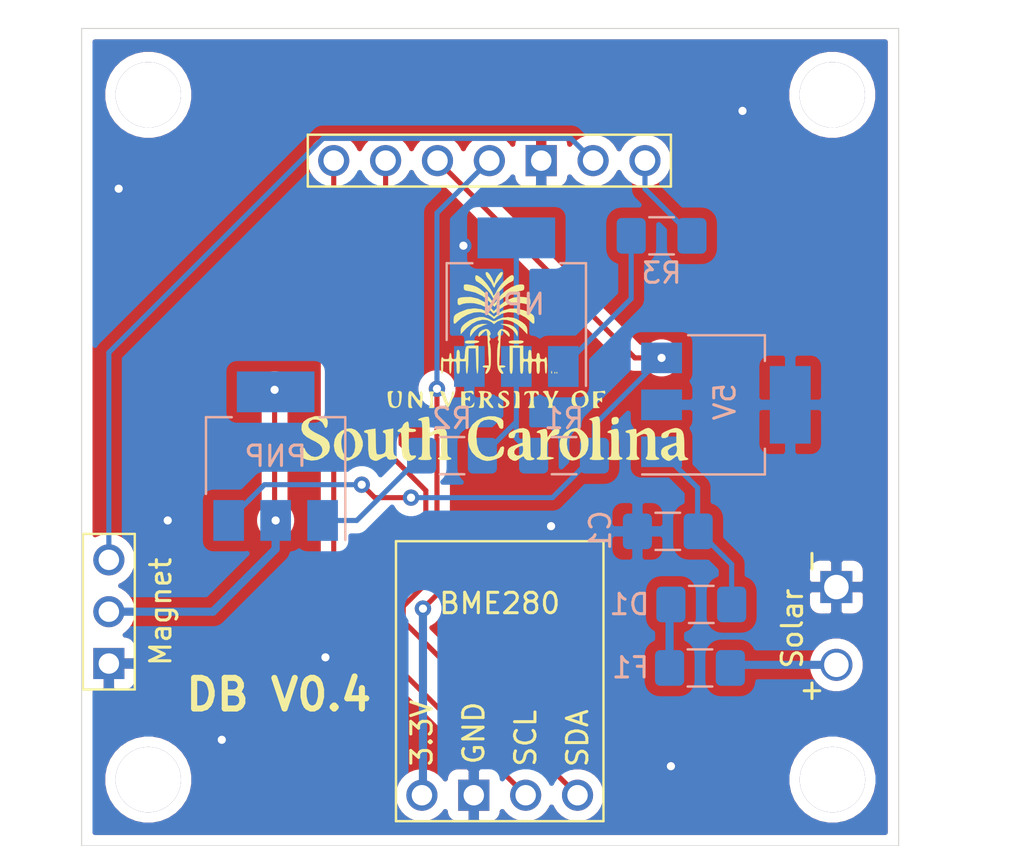
<source format=kicad_pcb>
(kicad_pcb (version 20171130) (host pcbnew "(5.1.6)-1")

  (general
    (thickness 1.6)
    (drawings 7)
    (tracks 68)
    (zones 0)
    (modules 18)
    (nets 15)
  )

  (page A4)
  (layers
    (0 F.Cu signal)
    (31 B.Cu signal)
    (32 B.Adhes user)
    (33 F.Adhes user)
    (34 B.Paste user)
    (35 F.Paste user)
    (36 B.SilkS user)
    (37 F.SilkS user)
    (38 B.Mask user)
    (39 F.Mask user)
    (40 Dwgs.User user)
    (41 Cmts.User user)
    (42 Eco1.User user)
    (43 Eco2.User user)
    (44 Edge.Cuts user)
    (45 Margin user)
    (46 B.CrtYd user)
    (47 F.CrtYd user)
    (48 B.Fab user)
    (49 F.Fab user hide)
  )

  (setup
    (last_trace_width 0.25)
    (trace_clearance 0.2)
    (zone_clearance 0.508)
    (zone_45_only no)
    (trace_min 0.2)
    (via_size 0.8)
    (via_drill 0.4)
    (via_min_size 0.4)
    (via_min_drill 0.3)
    (uvia_size 0.3)
    (uvia_drill 0.1)
    (uvias_allowed no)
    (uvia_min_size 0.2)
    (uvia_min_drill 0.1)
    (edge_width 0.05)
    (segment_width 0.2)
    (pcb_text_width 0.3)
    (pcb_text_size 1.5 1.5)
    (mod_edge_width 0.12)
    (mod_text_size 1 1)
    (mod_text_width 0.15)
    (pad_size 1.572 1.572)
    (pad_drill 1.2)
    (pad_to_mask_clearance 0.05)
    (aux_axis_origin 0 0)
    (visible_elements 7FFFF7FF)
    (pcbplotparams
      (layerselection 0x010fc_ffffffff)
      (usegerberextensions false)
      (usegerberattributes true)
      (usegerberadvancedattributes true)
      (creategerberjobfile true)
      (excludeedgelayer true)
      (linewidth 0.100000)
      (plotframeref false)
      (viasonmask false)
      (mode 1)
      (useauxorigin false)
      (hpglpennumber 1)
      (hpglpenspeed 20)
      (hpglpendiameter 15.000000)
      (psnegative false)
      (psa4output false)
      (plotreference true)
      (plotvalue true)
      (plotinvisibletext false)
      (padsonsilk false)
      (subtractmaskfromsilk false)
      (outputformat 1)
      (mirror false)
      (drillshape 0)
      (scaleselection 1)
      (outputdirectory "../Magdron with lip gerber/"))
  )

  (net 0 "")
  (net 1 GND)
  (net 2 "Net-(.1-Pad2)")
  (net 3 "Net-(.1-Pad3)")
  (net 4 "Net-(C1-Pad2)")
  (net 5 "Net-(D1-Pad2)")
  (net 6 "Net-(F1-Pad2)")
  (net 7 "Net-(Q1-Pad3)")
  (net 8 "Net-(Q1-Pad1)")
  (net 9 "Net-(Q2-Pad1)")
  (net 10 "Net-(Q2-Pad2)")
  (net 11 "Net-(R3-Pad2)")
  (net 12 "Net-(U2-Pad1)")
  (net 13 "Net-(U2-Pad3)")
  (net 14 "Net-(U2-Pad4)")

  (net_class Default "This is the default net class."
    (clearance 0.2)
    (trace_width 0.25)
    (via_dia 0.8)
    (via_drill 0.4)
    (uvia_dia 0.3)
    (uvia_drill 0.1)
    (add_net GND)
    (add_net "Net-(.1-Pad2)")
    (add_net "Net-(.1-Pad3)")
    (add_net "Net-(C1-Pad2)")
    (add_net "Net-(D1-Pad2)")
    (add_net "Net-(F1-Pad2)")
    (add_net "Net-(Q1-Pad1)")
    (add_net "Net-(Q1-Pad3)")
    (add_net "Net-(Q2-Pad1)")
    (add_net "Net-(Q2-Pad2)")
    (add_net "Net-(R3-Pad2)")
    (add_net "Net-(U2-Pad1)")
    (add_net "Net-(U2-Pad3)")
    (add_net "Net-(U2-Pad4)")
  )

  (module Resistor_SMD:R_1206_3216Metric_Pad1.42x1.75mm_HandSolder (layer B.Cu) (tedit 5B301BBD) (tstamp 60BC4C85)
    (at 178.308 114.5286 180)
    (descr "Resistor SMD 1206 (3216 Metric), square (rectangular) end terminal, IPC_7351 nominal with elongated pad for handsoldering. (Body size source: http://www.tortai-tech.com/upload/download/2011102023233369053.pdf), generated with kicad-footprint-generator")
    (tags "resistor handsolder")
    (path /60B1784D)
    (attr smd)
    (fp_text reference R1 (at 0 1.82) (layer B.SilkS)
      (effects (font (size 1 1) (thickness 0.15)) (justify mirror))
    )
    (fp_text value 1k (at 0 -1.82) (layer B.Fab)
      (effects (font (size 1 1) (thickness 0.15)) (justify mirror))
    )
    (fp_line (start -1.6 -0.8) (end -1.6 0.8) (layer B.Fab) (width 0.1))
    (fp_line (start -1.6 0.8) (end 1.6 0.8) (layer B.Fab) (width 0.1))
    (fp_line (start 1.6 0.8) (end 1.6 -0.8) (layer B.Fab) (width 0.1))
    (fp_line (start 1.6 -0.8) (end -1.6 -0.8) (layer B.Fab) (width 0.1))
    (fp_line (start -0.602064 0.91) (end 0.602064 0.91) (layer B.SilkS) (width 0.12))
    (fp_line (start -0.602064 -0.91) (end 0.602064 -0.91) (layer B.SilkS) (width 0.12))
    (fp_line (start -2.45 -1.12) (end -2.45 1.12) (layer B.CrtYd) (width 0.05))
    (fp_line (start -2.45 1.12) (end 2.45 1.12) (layer B.CrtYd) (width 0.05))
    (fp_line (start 2.45 1.12) (end 2.45 -1.12) (layer B.CrtYd) (width 0.05))
    (fp_line (start 2.45 -1.12) (end -2.45 -1.12) (layer B.CrtYd) (width 0.05))
    (fp_text user %R (at 0 0) (layer B.Fab)
      (effects (font (size 0.8 0.8) (thickness 0.12)) (justify mirror))
    )
    (pad 2 smd roundrect (at 1.4875 0 180) (size 1.425 1.75) (layers B.Cu B.Paste B.Mask) (roundrect_rratio 0.175439)
      (net 10 "Net-(Q2-Pad2)"))
    (pad 1 smd roundrect (at -1.4875 0 180) (size 1.425 1.75) (layers B.Cu B.Paste B.Mask) (roundrect_rratio 0.175439)
      (net 7 "Net-(Q1-Pad3)"))
    (model ${KISYS3DMOD}/Resistor_SMD.3dshapes/R_1206_3216Metric.wrl
      (at (xyz 0 0 0))
      (scale (xyz 1 1 1))
      (rotate (xyz 0 0 0))
    )
  )

  (module Resistor_SMD:R_1206_3216Metric_Pad1.42x1.75mm_HandSolder (layer B.Cu) (tedit 5B301BBD) (tstamp 60BC4C96)
    (at 172.8216 114.5286)
    (descr "Resistor SMD 1206 (3216 Metric), square (rectangular) end terminal, IPC_7351 nominal with elongated pad for handsoldering. (Body size source: http://www.tortai-tech.com/upload/download/2011102023233369053.pdf), generated with kicad-footprint-generator")
    (tags "resistor handsolder")
    (path /60B17D0C)
    (attr smd)
    (fp_text reference R2 (at 0 -1.8288) (layer B.SilkS)
      (effects (font (size 1 1) (thickness 0.15)) (justify mirror))
    )
    (fp_text value 100 (at 0 -1.82) (layer B.Fab)
      (effects (font (size 1 1) (thickness 0.15)) (justify mirror))
    )
    (fp_line (start 2.45 -1.12) (end -2.45 -1.12) (layer B.CrtYd) (width 0.05))
    (fp_line (start 2.45 1.12) (end 2.45 -1.12) (layer B.CrtYd) (width 0.05))
    (fp_line (start -2.45 1.12) (end 2.45 1.12) (layer B.CrtYd) (width 0.05))
    (fp_line (start -2.45 -1.12) (end -2.45 1.12) (layer B.CrtYd) (width 0.05))
    (fp_line (start -0.602064 -0.91) (end 0.602064 -0.91) (layer B.SilkS) (width 0.12))
    (fp_line (start -0.602064 0.91) (end 0.602064 0.91) (layer B.SilkS) (width 0.12))
    (fp_line (start 1.6 -0.8) (end -1.6 -0.8) (layer B.Fab) (width 0.1))
    (fp_line (start 1.6 0.8) (end 1.6 -0.8) (layer B.Fab) (width 0.1))
    (fp_line (start -1.6 0.8) (end 1.6 0.8) (layer B.Fab) (width 0.1))
    (fp_line (start -1.6 -0.8) (end -1.6 0.8) (layer B.Fab) (width 0.1))
    (pad 1 smd roundrect (at -1.4875 0) (size 1.425 1.75) (layers B.Cu B.Paste B.Mask) (roundrect_rratio 0.175439)
      (net 8 "Net-(Q1-Pad1)"))
    (pad 2 smd roundrect (at 1.4875 0) (size 1.425 1.75) (layers B.Cu B.Paste B.Mask) (roundrect_rratio 0.175439)
      (net 10 "Net-(Q2-Pad2)"))
    (model ${KISYS3DMOD}/Resistor_SMD.3dshapes/R_1206_3216Metric.wrl
      (at (xyz 0 0 0))
      (scale (xyz 1 1 1))
      (rotate (xyz 0 0 0))
    )
  )

  (module Resistor_SMD:R_1206_3216Metric_Pad1.42x1.75mm_HandSolder (layer B.Cu) (tedit 5B301BBD) (tstamp 60BC4CA7)
    (at 183.0832 103.759)
    (descr "Resistor SMD 1206 (3216 Metric), square (rectangular) end terminal, IPC_7351 nominal with elongated pad for handsoldering. (Body size source: http://www.tortai-tech.com/upload/download/2011102023233369053.pdf), generated with kicad-footprint-generator")
    (tags "resistor handsolder")
    (path /60B17585)
    (attr smd)
    (fp_text reference R3 (at 0 1.82) (layer B.SilkS)
      (effects (font (size 1 1) (thickness 0.15)) (justify mirror))
    )
    (fp_text value 100 (at 0 -1.82) (layer B.Fab)
      (effects (font (size 1 1) (thickness 0.15)) (justify mirror))
    )
    (fp_line (start 2.45 -1.12) (end -2.45 -1.12) (layer B.CrtYd) (width 0.05))
    (fp_line (start 2.45 1.12) (end 2.45 -1.12) (layer B.CrtYd) (width 0.05))
    (fp_line (start -2.45 1.12) (end 2.45 1.12) (layer B.CrtYd) (width 0.05))
    (fp_line (start -2.45 -1.12) (end -2.45 1.12) (layer B.CrtYd) (width 0.05))
    (fp_line (start -0.602064 -0.91) (end 0.602064 -0.91) (layer B.SilkS) (width 0.12))
    (fp_line (start -0.602064 0.91) (end 0.602064 0.91) (layer B.SilkS) (width 0.12))
    (fp_line (start 1.6 -0.8) (end -1.6 -0.8) (layer B.Fab) (width 0.1))
    (fp_line (start 1.6 0.8) (end 1.6 -0.8) (layer B.Fab) (width 0.1))
    (fp_line (start -1.6 0.8) (end 1.6 0.8) (layer B.Fab) (width 0.1))
    (fp_line (start -1.6 -0.8) (end -1.6 0.8) (layer B.Fab) (width 0.1))
    (fp_text user %R (at 0 0) (layer B.Fab)
      (effects (font (size 0.8 0.8) (thickness 0.12)) (justify mirror))
    )
    (pad 1 smd roundrect (at -1.4875 0) (size 1.425 1.75) (layers B.Cu B.Paste B.Mask) (roundrect_rratio 0.175439)
      (net 9 "Net-(Q2-Pad1)"))
    (pad 2 smd roundrect (at 1.4875 0) (size 1.425 1.75) (layers B.Cu B.Paste B.Mask) (roundrect_rratio 0.175439)
      (net 11 "Net-(R3-Pad2)"))
    (model ${KISYS3DMOD}/Resistor_SMD.3dshapes/R_1206_3216Metric.wrl
      (at (xyz 0 0 0))
      (scale (xyz 1 1 1))
      (rotate (xyz 0 0 0))
    )
  )

  (module Package_TO_SOT_SMD:SOT-223-3_TabPin2 (layer B.Cu) (tedit 5A02FF57) (tstamp 60BC4CE4)
    (at 186.2328 112.0394)
    (descr "module CMS SOT223 4 pins")
    (tags "CMS SOT")
    (path /60B189FD)
    (attr smd)
    (fp_text reference 5V (at -0.0508 -0.1524 90) (layer B.SilkS)
      (effects (font (size 1 1) (thickness 0.15)) (justify mirror))
    )
    (fp_text value KA78M05_TO252 (at 0 -4.5) (layer B.Fab)
      (effects (font (size 1 1) (thickness 0.15)) (justify mirror))
    )
    (fp_line (start 1.91 -3.41) (end 1.91 -2.15) (layer B.SilkS) (width 0.12))
    (fp_line (start 1.91 3.41) (end 1.91 2.15) (layer B.SilkS) (width 0.12))
    (fp_line (start 4.4 3.6) (end -4.4 3.6) (layer B.CrtYd) (width 0.05))
    (fp_line (start 4.4 -3.6) (end 4.4 3.6) (layer B.CrtYd) (width 0.05))
    (fp_line (start -4.4 -3.6) (end 4.4 -3.6) (layer B.CrtYd) (width 0.05))
    (fp_line (start -4.4 3.6) (end -4.4 -3.6) (layer B.CrtYd) (width 0.05))
    (fp_line (start -1.85 2.35) (end -0.85 3.35) (layer B.Fab) (width 0.1))
    (fp_line (start -1.85 2.35) (end -1.85 -3.35) (layer B.Fab) (width 0.1))
    (fp_line (start -1.85 -3.41) (end 1.91 -3.41) (layer B.SilkS) (width 0.12))
    (fp_line (start -0.85 3.35) (end 1.85 3.35) (layer B.Fab) (width 0.1))
    (fp_line (start -4.1 3.41) (end 1.91 3.41) (layer B.SilkS) (width 0.12))
    (fp_line (start -1.85 -3.35) (end 1.85 -3.35) (layer B.Fab) (width 0.1))
    (fp_line (start 1.85 3.35) (end 1.85 -3.35) (layer B.Fab) (width 0.1))
    (fp_text user %R (at 0 0) (layer B.Fab)
      (effects (font (size 1 1) (thickness 0.15)) (justify mirror))
    )
    (pad 1 smd rect (at -3.15 2.3) (size 2 1.5) (layers B.Cu B.Paste B.Mask)
      (net 4 "Net-(C1-Pad2)"))
    (pad 3 smd rect (at -3.15 -2.3) (size 2 1.5) (layers B.Cu B.Paste B.Mask)
      (net 7 "Net-(Q1-Pad3)"))
    (pad 2 smd rect (at -3.15 0) (size 2 1.5) (layers B.Cu B.Paste B.Mask)
      (net 1 GND))
    (pad 2 smd rect (at 3.15 0) (size 2 3.8) (layers B.Cu B.Paste B.Mask)
      (net 1 GND))
    (model ${KISYS3DMOD}/Package_TO_SOT_SMD.3dshapes/SOT-223.wrl
      (at (xyz 0 0 0))
      (scale (xyz 1 1 1))
      (rotate (xyz 0 0 0))
    )
  )

  (module Package_TO_SOT_SMD:SOT-223-3_TabPin2 (layer B.Cu) (tedit 5A02FF57) (tstamp 60BC4C74)
    (at 175.9712 107.0102 90)
    (descr "module CMS SOT223 4 pins")
    (tags "CMS SOT")
    (path /60B36A9B)
    (attr smd)
    (fp_text reference NPN (at -0.1016 -0.1524 180) (layer B.SilkS)
      (effects (font (size 1 1) (thickness 0.15)) (justify mirror))
    )
    (fp_text value BCP56 (at 0 -4.5 90) (layer B.Fab)
      (effects (font (size 1 1) (thickness 0.15)) (justify mirror))
    )
    (fp_line (start 1.91 -3.41) (end 1.91 -2.15) (layer B.SilkS) (width 0.12))
    (fp_line (start 1.91 3.41) (end 1.91 2.15) (layer B.SilkS) (width 0.12))
    (fp_line (start 4.4 3.6) (end -4.4 3.6) (layer B.CrtYd) (width 0.05))
    (fp_line (start 4.4 -3.6) (end 4.4 3.6) (layer B.CrtYd) (width 0.05))
    (fp_line (start -4.4 -3.6) (end 4.4 -3.6) (layer B.CrtYd) (width 0.05))
    (fp_line (start -4.4 3.6) (end -4.4 -3.6) (layer B.CrtYd) (width 0.05))
    (fp_line (start -1.85 2.35) (end -0.85 3.35) (layer B.Fab) (width 0.1))
    (fp_line (start -1.85 2.35) (end -1.85 -3.35) (layer B.Fab) (width 0.1))
    (fp_line (start -1.85 -3.41) (end 1.91 -3.41) (layer B.SilkS) (width 0.12))
    (fp_line (start -0.85 3.35) (end 1.85 3.35) (layer B.Fab) (width 0.1))
    (fp_line (start -4.1 3.41) (end 1.91 3.41) (layer B.SilkS) (width 0.12))
    (fp_line (start -1.85 -3.35) (end 1.85 -3.35) (layer B.Fab) (width 0.1))
    (fp_line (start 1.85 3.35) (end 1.85 -3.35) (layer B.Fab) (width 0.1))
    (fp_text user %R (at 0 0 180) (layer B.Fab)
      (effects (font (size 0.8 0.8) (thickness 0.12)) (justify mirror))
    )
    (pad 1 smd rect (at -3.15 2.3 90) (size 2 1.5) (layers B.Cu B.Paste B.Mask)
      (net 9 "Net-(Q2-Pad1)"))
    (pad 3 smd rect (at -3.15 -2.3 90) (size 2 1.5) (layers B.Cu B.Paste B.Mask)
      (net 1 GND))
    (pad 2 smd rect (at -3.15 0 90) (size 2 1.5) (layers B.Cu B.Paste B.Mask)
      (net 10 "Net-(Q2-Pad2)"))
    (pad 2 smd rect (at 3.15 0 90) (size 2 3.8) (layers B.Cu B.Paste B.Mask)
      (net 10 "Net-(Q2-Pad2)"))
    (model ${KISYS3DMOD}/Package_TO_SOT_SMD.3dshapes/SOT-223.wrl
      (at (xyz 0 0 0))
      (scale (xyz 1 1 1))
      (rotate (xyz 0 0 0))
    )
  )

  (module Resistor_SMD:R_1206_3216Metric_Pad1.42x1.75mm_HandSolder (layer B.Cu) (tedit 5B301BBD) (tstamp 60BC4C26)
    (at 183.388 118.237)
    (descr "Resistor SMD 1206 (3216 Metric), square (rectangular) end terminal, IPC_7351 nominal with elongated pad for handsoldering. (Body size source: http://www.tortai-tech.com/upload/download/2011102023233369053.pdf), generated with kicad-footprint-generator")
    (tags "resistor handsolder")
    (path /60B7BDF4)
    (attr smd)
    (fp_text reference C1 (at -3.302 -0.0508 90) (layer B.SilkS)
      (effects (font (size 1 1) (thickness 0.15)) (justify mirror))
    )
    (fp_text value C (at 0 -1.82) (layer B.Fab)
      (effects (font (size 1 1) (thickness 0.15)) (justify mirror))
    )
    (fp_line (start 2.45 -1.12) (end -2.45 -1.12) (layer B.CrtYd) (width 0.05))
    (fp_line (start 2.45 1.12) (end 2.45 -1.12) (layer B.CrtYd) (width 0.05))
    (fp_line (start -2.45 1.12) (end 2.45 1.12) (layer B.CrtYd) (width 0.05))
    (fp_line (start -2.45 -1.12) (end -2.45 1.12) (layer B.CrtYd) (width 0.05))
    (fp_line (start -0.602064 -0.91) (end 0.602064 -0.91) (layer B.SilkS) (width 0.12))
    (fp_line (start -0.602064 0.91) (end 0.602064 0.91) (layer B.SilkS) (width 0.12))
    (fp_line (start 1.6 -0.8) (end -1.6 -0.8) (layer B.Fab) (width 0.1))
    (fp_line (start 1.6 0.8) (end 1.6 -0.8) (layer B.Fab) (width 0.1))
    (fp_line (start -1.6 0.8) (end 1.6 0.8) (layer B.Fab) (width 0.1))
    (fp_line (start -1.6 -0.8) (end -1.6 0.8) (layer B.Fab) (width 0.1))
    (pad 1 smd roundrect (at -1.4875 0) (size 1.425 1.75) (layers B.Cu B.Paste B.Mask) (roundrect_rratio 0.175439)
      (net 1 GND))
    (pad 2 smd roundrect (at 1.4875 0) (size 1.425 1.75) (layers B.Cu B.Paste B.Mask) (roundrect_rratio 0.175439)
      (net 4 "Net-(C1-Pad2)"))
    (model ${KISYS3DMOD}/Resistor_SMD.3dshapes/R_1206_3216Metric.wrl
      (at (xyz 0 0 0))
      (scale (xyz 1 1 1))
      (rotate (xyz 0 0 0))
    )
  )

  (module custom:top_rail_v2 (layer F.Cu) (tedit 60BB96FE) (tstamp 60BC4CF3)
    (at 177.1904 92.4546)
    (path /60BB9293)
    (fp_text reference U4 (at 0 0.5) (layer F.SilkS) hide
      (effects (font (size 1 1) (thickness 0.15)))
    )
    (fp_text value top_rail_v2 (at 0 -0.5) (layer F.Fab)
      (effects (font (size 1 1) (thickness 0.15)))
    )
    (fp_line (start 6.35 6.35) (end -11.43 6.35) (layer F.SilkS) (width 0.12))
    (fp_line (start 6.35 8.89) (end 6.35 6.35) (layer F.SilkS) (width 0.12))
    (fp_line (start -11.43 8.89) (end 6.35 8.89) (layer F.SilkS) (width 0.12))
    (fp_line (start -11.43 6.35) (end -11.43 8.89) (layer F.SilkS) (width 0.12))
    (pad 2 thru_hole circle (at -10.16 7.62) (size 1.524 1.524) (drill 1) (layers *.Cu *.Mask)
      (net 13 "Net-(U2-Pad3)"))
    (pad 3 thru_hole circle (at -7.62 7.62) (size 1.524 1.524) (drill 1) (layers *.Cu *.Mask)
      (net 14 "Net-(U2-Pad4)"))
    (pad 4 thru_hole circle (at -5.08 7.62) (size 1.524 1.524) (drill 1) (layers *.Cu *.Mask)
      (net 7 "Net-(Q1-Pad3)"))
    (pad 5 thru_hole circle (at -2.54 7.62) (size 1.524 1.524) (drill 1) (layers *.Cu *.Mask)
      (net 12 "Net-(U2-Pad1)"))
    (pad 6 thru_hole rect (at 0 7.62) (size 1.524 1.524) (drill 1) (layers *.Cu *.Mask)
      (net 1 GND))
    (pad 7 thru_hole circle (at 2.54 7.62) (size 1.524 1.524) (drill 1) (layers *.Cu *.Mask)
      (net 3 "Net-(.1-Pad3)"))
    (pad 8 thru_hole circle (at 5.08 7.62) (size 1.524 1.524) (drill 1) (layers *.Cu *.Mask)
      (net 11 "Net-(R3-Pad2)"))
  )

  (module UofSC_logo:uofsc_logo_0_75in (layer F.Cu) (tedit 0) (tstamp 5F93A4A9)
    (at 174.879 110.109)
    (fp_text reference . (at 0.25 2) (layer B.SilkS) hide
      (effects (font (size 1.524 1.524) (thickness 0.3)))
    )
    (fp_text value . (at 0.75 0) (layer F.SilkS) hide
      (effects (font (size 1.524 1.524) (thickness 0.3)))
    )
    (fp_poly (pts (xy -8.30972 2.539753) (xy -8.205442 2.593343) (xy -8.157551 2.663538) (xy -8.144587 2.788147)
      (xy -8.144289 2.831225) (xy -8.163295 2.978781) (xy -8.209556 3.053998) (xy -8.266937 3.04855)
      (xy -8.319302 2.95411) (xy -8.327292 2.925666) (xy -8.406961 2.785226) (xy -8.545422 2.68849)
      (xy -8.712252 2.642606) (xy -8.877031 2.654723) (xy -9.009338 2.73199) (xy -9.032184 2.760023)
      (xy -9.098533 2.902979) (xy -9.082195 3.033665) (xy -8.978217 3.159004) (xy -8.78165 3.285916)
      (xy -8.590553 3.377536) (xy -8.334413 3.507737) (xy -8.166366 3.64015) (xy -8.073438 3.789181)
      (xy -8.042652 3.969238) (xy -8.042485 3.986045) (xy -8.065664 4.177268) (xy -8.145322 4.320097)
      (xy -8.162746 4.339747) (xy -8.394002 4.523287) (xy -8.664733 4.631821) (xy -8.948423 4.658302)
      (xy -9.181424 4.610488) (xy -9.335053 4.547139) (xy -9.419549 4.479709) (xy -9.463009 4.37394)
      (xy -9.48728 4.237575) (xy -9.503271 4.102521) (xy -9.488773 4.039916) (xy -9.431583 4.02206)
      (xy -9.391985 4.021242) (xy -9.287882 4.048674) (xy -9.264128 4.10151) (xy -9.230239 4.186253)
      (xy -9.145852 4.298346) (xy -9.115339 4.330568) (xy -8.947338 4.446921) (xy -8.770157 4.487935)
      (xy -8.606057 4.45951) (xy -8.477301 4.367548) (xy -8.40615 4.217949) (xy -8.398798 4.140636)
      (xy -8.433084 3.992947) (xy -8.542539 3.859534) (xy -8.73706 3.73082) (xy -8.908329 3.647569)
      (xy -9.171093 3.505192) (xy -9.338842 3.351408) (xy -9.41828 3.179008) (xy -9.427014 3.08975)
      (xy -9.403456 2.897593) (xy -9.321001 2.75457) (xy -9.161977 2.635646) (xy -9.074109 2.58977)
      (xy -8.77493 2.488791) (xy -8.492283 2.486553) (xy -8.30972 2.539753)) (layer F.SilkS) (width 0.01))
    (fp_poly (pts (xy -6.776045 3.166116) (xy -6.601744 3.337029) (xy -6.528157 3.459382) (xy -6.435137 3.704151)
      (xy -6.425628 3.927191) (xy -6.499169 4.164325) (xy -6.518511 4.20576) (xy -6.617628 4.363348)
      (xy -6.756436 4.481188) (xy -6.884818 4.552693) (xy -7.070432 4.638401) (xy -7.203466 4.674201)
      (xy -7.318802 4.662279) (xy -7.451323 4.604821) (xy -7.479427 4.589954) (xy -7.667973 4.433357)
      (xy -7.790509 4.20899) (xy -7.838505 3.933108) (xy -7.838878 3.904979) (xy -7.819904 3.775233)
      (xy -7.482565 3.775233) (xy -7.460776 4.037178) (xy -7.40131 4.253782) (xy -7.31302 4.413976)
      (xy -7.20476 4.506691) (xy -7.085383 4.52086) (xy -6.963742 4.445415) (xy -6.954444 4.43547)
      (xy -6.844919 4.246182) (xy -6.793393 4.006983) (xy -6.799765 3.751561) (xy -6.863933 3.513602)
      (xy -6.957689 3.357401) (xy -7.096517 3.241315) (xy -7.227607 3.219128) (xy -7.341059 3.282957)
      (xy -7.426971 3.424921) (xy -7.475442 3.637138) (xy -7.482565 3.775233) (xy -7.819904 3.775233)
      (xy -7.796018 3.611903) (xy -7.669491 3.376093) (xy -7.462374 3.201528) (xy -7.218426 3.102416)
      (xy -6.984623 3.086351) (xy -6.776045 3.166116)) (layer F.SilkS) (width 0.01))
    (fp_poly (pts (xy -4.937475 3.732986) (xy -4.936246 4.000459) (xy -4.930808 4.184092) (xy -4.918532 4.301834)
      (xy -4.896791 4.371636) (xy -4.862958 4.411449) (xy -4.835672 4.428457) (xy -4.747358 4.495384)
      (xy -4.758368 4.549739) (xy -4.869562 4.592944) (xy -4.943774 4.607677) (xy -5.100168 4.619716)
      (xy -5.192982 4.579008) (xy -5.253041 4.470904) (xy -5.257462 4.458599) (xy -5.305819 4.455925)
      (xy -5.412803 4.498392) (xy -5.504545 4.547677) (xy -5.654818 4.632047) (xy -5.753739 4.6697)
      (xy -5.836551 4.667447) (xy -5.938497 4.632096) (xy -5.939458 4.631708) (xy -6.030907 4.577239)
      (xy -6.093893 4.489045) (xy -6.133122 4.35031) (xy -6.153295 4.144222) (xy -6.159116 3.853965)
      (xy -6.159118 3.846432) (xy -6.16038 3.607121) (xy -6.16643 3.45166) (xy -6.180665 3.362103)
      (xy -6.206482 3.320506) (xy -6.247276 3.308926) (xy -6.260922 3.308617) (xy -6.345542 3.282409)
      (xy -6.359648 3.225749) (xy -6.324549 3.189323) (xy -6.255101 3.168406) (xy -6.12261 3.142196)
      (xy -6.046201 3.129879) (xy -5.806028 3.093934) (xy -5.791692 3.723019) (xy -5.785045 3.98499)
      (xy -5.776817 4.162357) (xy -5.76338 4.272295) (xy -5.741109 4.331983) (xy -5.706377 4.358598)
      (xy -5.655556 4.369319) (xy -5.655229 4.369365) (xy -5.514617 4.358666) (xy -5.413446 4.322587)
      (xy -5.357277 4.285799) (xy -5.322108 4.233877) (xy -5.303059 4.144834) (xy -5.295246 3.996682)
      (xy -5.293788 3.783583) (xy -5.296598 3.555423) (xy -5.306871 3.411781) (xy -5.327367 3.335479)
      (xy -5.360848 3.309341) (xy -5.370141 3.308617) (xy -5.438729 3.276326) (xy -5.432071 3.211609)
      (xy -5.403462 3.186226) (xy -5.329589 3.162067) (xy -5.197392 3.134062) (xy -5.148953 3.125815)
      (xy -4.937475 3.091998) (xy -4.937475 3.732986)) (layer F.SilkS) (width 0.01))
    (fp_poly (pts (xy -4.192819 2.794066) (xy -4.1742 2.909389) (xy -4.173948 2.926853) (xy -4.166068 3.046259)
      (xy -4.121612 3.095229) (xy -4.009352 3.104987) (xy -3.995792 3.10501) (xy -3.864024 3.121567)
      (xy -3.817958 3.174408) (xy -3.817635 3.181362) (xy -3.856269 3.237834) (xy -3.979566 3.257577)
      (xy -3.995792 3.257715) (xy -4.173948 3.257715) (xy -4.173948 3.785951) (xy -4.167807 4.066238)
      (xy -4.146097 4.257446) (xy -4.103892 4.371741) (xy -4.036266 4.421292) (xy -3.93829 4.418266)
      (xy -3.91971 4.413779) (xy -3.835335 4.413532) (xy -3.819131 4.460581) (xy -3.865385 4.532185)
      (xy -3.967813 4.605306) (xy -4.0942 4.664503) (xy -4.18212 4.675302) (xy -4.281751 4.639369)
      (xy -4.326391 4.617215) (xy -4.401396 4.563877) (xy -4.454706 4.481088) (xy -4.490071 4.352488)
      (xy -4.511243 4.161713) (xy -4.52197 3.892404) (xy -4.524238 3.754008) (xy -4.52853 3.525669)
      (xy -4.537403 3.380501) (xy -4.554905 3.299874) (xy -4.585084 3.265156) (xy -4.631987 3.257715)
      (xy -4.632064 3.257715) (xy -4.718772 3.235262) (xy -4.721762 3.182559) (xy -4.644699 3.121589)
      (xy -4.606613 3.10501) (xy -4.511948 3.045765) (xy -4.479359 2.986904) (xy -4.440078 2.895905)
      (xy -4.350381 2.803602) (xy -4.252488 2.750911) (xy -4.233567 2.748697) (xy -4.192819 2.794066)) (layer F.SilkS) (width 0.01))
    (fp_poly (pts (xy 0.030924 2.494155) (xy 0.267234 2.567164) (xy 0.387266 2.633662) (xy 0.44243 2.706677)
      (xy 0.457627 2.827248) (xy 0.458116 2.881751) (xy 0.450618 3.023511) (xy 0.420833 3.089466)
      (xy 0.361831 3.10501) (xy 0.271513 3.05898) (xy 0.23396 2.979164) (xy 0.141864 2.797923)
      (xy -0.022336 2.685595) (xy -0.251733 2.646894) (xy -0.252781 2.646893) (xy -0.488595 2.681042)
      (xy -0.66416 2.78673) (xy -0.782884 2.968821) (xy -0.848173 3.232179) (xy -0.864213 3.519917)
      (xy -0.834488 3.876721) (xy -0.748458 4.152567) (xy -0.607288 4.345697) (xy -0.41214 4.454355)
      (xy -0.229058 4.479358) (xy -0.003529 4.443601) (xy 0.155792 4.332677) (xy 0.254561 4.148339)
      (xy 0.323899 4.012623) (xy 0.411763 3.97034) (xy 0.471858 3.982384) (xy 0.492603 4.036284)
      (xy 0.482175 4.158696) (xy 0.478122 4.186673) (xy 0.439917 4.345581) (xy 0.367101 4.454954)
      (xy 0.237528 4.535615) (xy 0.029822 4.608157) (xy -0.186827 4.662451) (xy -0.354225 4.674181)
      (xy -0.515166 4.644277) (xy -0.585371 4.62155) (xy -0.865501 4.473458) (xy -1.078089 4.254143)
      (xy -1.215897 3.974401) (xy -1.271691 3.645026) (xy -1.272545 3.596322) (xy -1.260106 3.400983)
      (xy -1.228298 3.22036) (xy -1.203319 3.141551) (xy -1.048026 2.894888) (xy -0.824286 2.697962)
      (xy -0.554768 2.559629) (xy -0.262142 2.488741) (xy 0.030924 2.494155)) (layer F.SilkS) (width 0.01))
    (fp_poly (pts (xy 1.461964 3.078522) (xy 1.587009 3.115449) (xy 1.675338 3.1824) (xy 1.732919 3.294908)
      (xy 1.765721 3.468503) (xy 1.779713 3.718715) (xy 1.781563 3.910079) (xy 1.782851 4.161039)
      (xy 1.788751 4.32835) (xy 1.802312 4.430154) (xy 1.826584 4.484591) (xy 1.86462 4.509806)
      (xy 1.883367 4.515511) (xy 1.97289 4.55543) (xy 1.966301 4.597204) (xy 1.868843 4.633168)
      (xy 1.794288 4.645734) (xy 1.619479 4.638195) (xy 1.506978 4.555619) (xy 1.461994 4.462336)
      (xy 1.41584 4.457606) (xy 1.319492 4.507077) (xy 1.264472 4.545907) (xy 1.136373 4.636863)
      (xy 1.048182 4.67215) (xy 0.962687 4.662554) (xy 0.916232 4.646854) (xy 0.755034 4.542097)
      (xy 0.671056 4.384728) (xy 0.662503 4.306038) (xy 0.673324 4.201238) (xy 0.987178 4.201238)
      (xy 0.997605 4.320175) (xy 1.020063 4.354547) (xy 1.131469 4.422956) (xy 1.278893 4.398752)
      (xy 1.326793 4.375764) (xy 1.398202 4.300713) (xy 1.424487 4.161898) (xy 1.42525 4.121255)
      (xy 1.422066 3.987485) (xy 1.395857 3.932548) (xy 1.321634 3.942047) (xy 1.199462 3.991144)
      (xy 1.058396 4.083596) (xy 0.987178 4.201238) (xy 0.673324 4.201238) (xy 0.677226 4.163459)
      (xy 0.732298 4.061499) (xy 0.846584 3.98135) (xy 1.038946 3.904206) (xy 1.079258 3.890542)
      (xy 1.399799 3.783516) (xy 1.399799 3.283166) (xy 1.221643 3.283166) (xy 1.099488 3.293634)
      (xy 1.044935 3.341074) (xy 1.02738 3.423146) (xy 0.998154 3.524687) (xy 0.920257 3.560517)
      (xy 0.861949 3.563126) (xy 0.754419 3.548721) (xy 0.715783 3.487845) (xy 0.712625 3.43523)
      (xy 0.728036 3.356195) (xy 0.788152 3.290435) (xy 0.913798 3.219622) (xy 1.00531 3.177652)
      (xy 1.230076 3.094665) (xy 1.402266 3.071963) (xy 1.461964 3.078522)) (layer F.SilkS) (width 0.01))
    (fp_poly (pts (xy 4.093892 3.074699) (xy 4.201367 3.120662) (xy 4.235169 3.139948) (xy 4.377607 3.250323)
      (xy 4.507324 3.392724) (xy 4.521867 3.413173) (xy 4.592759 3.538647) (xy 4.623344 3.667586)
      (xy 4.622977 3.844436) (xy 4.620546 3.881946) (xy 4.571697 4.153331) (xy 4.461195 4.355051)
      (xy 4.2775 4.50606) (xy 4.221964 4.536491) (xy 4.007406 4.629691) (xy 3.838176 4.658319)
      (xy 3.683448 4.625364) (xy 3.617646 4.595058) (xy 3.402175 4.430753) (xy 3.264549 4.20689)
      (xy 3.209737 3.935) (xy 3.214834 3.869155) (xy 3.56414 3.869155) (xy 3.600982 4.095677)
      (xy 3.640019 4.208542) (xy 3.749616 4.403964) (xy 3.872686 4.504978) (xy 4.0037 4.509021)
      (xy 4.120207 4.431296) (xy 4.214933 4.278749) (xy 4.263348 4.076334) (xy 4.268743 3.849953)
      (xy 4.23441 3.625507) (xy 4.163642 3.428896) (xy 4.05973 3.286022) (xy 3.967709 3.231429)
      (xy 3.82919 3.231667) (xy 3.713404 3.313956) (xy 3.62652 3.459898) (xy 3.574709 3.651097)
      (xy 3.56414 3.869155) (xy 3.214834 3.869155) (xy 3.228513 3.692474) (xy 3.31312 3.490734)
      (xy 3.474274 3.306606) (xy 3.686929 3.164284) (xy 3.834021 3.107548) (xy 3.987562 3.071629)
      (xy 4.093892 3.074699)) (layer F.SilkS) (width 0.01))
    (fp_poly (pts (xy 8.96694 3.073691) (xy 9.021315 3.086531) (xy 9.137296 3.136105) (xy 9.219045 3.217988)
      (xy 9.27201 3.347991) (xy 9.30164 3.541928) (xy 9.313382 3.815612) (xy 9.314279 3.936929)
      (xy 9.31603 4.181141) (xy 9.322686 4.342166) (xy 9.337545 4.438607) (xy 9.363905 4.489068)
      (xy 9.405063 4.512153) (xy 9.416833 4.515511) (xy 9.506046 4.561344) (xy 9.501928 4.609367)
      (xy 9.407396 4.632724) (xy 9.404108 4.632759) (xy 9.255767 4.647258) (xy 9.177358 4.663543)
      (xy 9.088563 4.665905) (xy 9.041135 4.594075) (xy 9.03186 4.561044) (xy 9.002725 4.467226)
      (xy 8.962746 4.438173) (xy 8.887916 4.473385) (xy 8.776036 4.555711) (xy 8.652254 4.64418)
      (xy 8.566837 4.675199) (xy 8.479044 4.655399) (xy 8.398797 4.617098) (xy 8.250862 4.496213)
      (xy 8.178638 4.336106) (xy 8.190631 4.194487) (xy 8.500601 4.194487) (xy 8.534716 4.346972)
      (xy 8.629461 4.421769) (xy 8.773436 4.413133) (xy 8.86026 4.375764) (xy 8.919036 4.304038)
      (xy 8.954432 4.187017) (xy 8.963734 4.060249) (xy 8.944227 3.959285) (xy 8.89509 3.919629)
      (xy 8.795043 3.948299) (xy 8.672936 4.017428) (xy 8.564116 4.102388) (xy 8.503928 4.178553)
      (xy 8.500601 4.194487) (xy 8.190631 4.194487) (xy 8.19319 4.164274) (xy 8.205138 4.135771)
      (xy 8.26924 4.046285) (xy 8.380338 3.97346) (xy 8.563098 3.90198) (xy 8.602405 3.889074)
      (xy 8.933266 3.782356) (xy 8.933266 3.283166) (xy 8.757405 3.283166) (xy 8.631812 3.296641)
      (xy 8.571044 3.351528) (xy 8.551797 3.41042) (xy 8.50272 3.507032) (xy 8.395303 3.549084)
      (xy 8.358621 3.553625) (xy 8.245632 3.554779) (xy 8.201507 3.513889) (xy 8.19519 3.444824)
      (xy 8.209521 3.371687) (xy 8.265713 3.309685) (xy 8.383563 3.242931) (xy 8.525669 3.179616)
      (xy 8.719368 3.103819) (xy 8.855739 3.070524) (xy 8.96694 3.073691)) (layer F.SilkS) (width 0.01))
    (fp_poly (pts (xy -3.210975 2.518085) (xy -3.204203 2.521253) (xy -3.180857 2.583196) (xy -3.163715 2.719242)
      (xy -3.156044 2.901735) (xy -3.155912 2.929857) (xy -3.152637 3.111553) (xy -3.143979 3.245651)
      (xy -3.131689 3.307173) (xy -3.12937 3.308617) (xy -3.074853 3.282922) (xy -2.966872 3.217767)
      (xy -2.903397 3.17664) (xy -2.714255 3.089722) (xy -2.538159 3.076897) (xy -2.398215 3.136893)
      (xy -2.34106 3.207604) (xy -2.320808 3.29469) (xy -2.304431 3.458845) (xy -2.293771 3.675355)
      (xy -2.290581 3.884704) (xy -2.28931 4.136654) (xy -2.283481 4.304889) (xy -2.270075 4.407483)
      (xy -2.246074 4.462515) (xy -2.208456 4.488059) (xy -2.188778 4.494107) (xy -2.106163 4.538948)
      (xy -2.086974 4.576397) (xy -2.135354 4.608632) (xy -2.271574 4.627722) (xy -2.417836 4.632064)
      (xy -2.605735 4.621967) (xy -2.721355 4.594888) (xy -2.755563 4.555649) (xy -2.699222 4.509069)
      (xy -2.672345 4.497766) (xy -2.635756 4.46296) (xy -2.612512 4.380814) (xy -2.600107 4.233974)
      (xy -2.596039 4.005082) (xy -2.595992 3.96853) (xy -2.602126 3.686926) (xy -2.624762 3.495728)
      (xy -2.670255 3.384046) (xy -2.744959 3.340988) (xy -2.855227 3.355665) (xy -2.936116 3.385559)
      (xy -3.056853 3.434126) (xy -3.12997 3.460009) (xy -3.136677 3.461322) (xy -3.144752 3.508631)
      (xy -3.151157 3.63619) (xy -3.155079 3.822451) (xy -3.155912 3.97034) (xy -3.151073 4.206805)
      (xy -3.137532 4.377765) (xy -3.116758 4.468554) (xy -3.10501 4.479358) (xy -3.059851 4.520587)
      (xy -3.054108 4.555711) (xy -3.076197 4.598538) (xy -3.155124 4.622342) (xy -3.309881 4.631505)
      (xy -3.38497 4.632064) (xy -3.576564 4.623924) (xy -3.690026 4.601005) (xy -3.715832 4.576397)
      (xy -3.673337 4.520109) (xy -3.614028 4.494107) (xy -3.577244 4.479412) (xy -3.550572 4.447827)
      (xy -3.532393 4.384857) (xy -3.521088 4.276006) (xy -3.515039 4.106779) (xy -3.512626 3.86268)
      (xy -3.512225 3.58264) (xy -3.512738 3.26332) (xy -3.515355 3.03174) (xy -3.521694 2.87384)
      (xy -3.533373 2.775558) (xy -3.55201 2.722832) (xy -3.579223 2.7016) (xy -3.614028 2.697795)
      (xy -3.69678 2.678986) (xy -3.715832 2.652936) (xy -3.671413 2.614871) (xy -3.562381 2.573001)
      (xy -3.425073 2.536678) (xy -3.295825 2.515255) (xy -3.210975 2.518085)) (layer F.SilkS) (width 0.01))
    (fp_poly (pts (xy 3.174884 3.127532) (xy 3.206813 3.177199) (xy 3.174137 3.327789) (xy 3.081133 3.403388)
      (xy 3.028594 3.41042) (xy 2.918828 3.444056) (xy 2.788983 3.527809) (xy 2.75408 3.558097)
      (xy 2.672991 3.640568) (xy 2.625733 3.719573) (xy 2.603224 3.825632) (xy 2.59638 3.989268)
      (xy 2.595992 4.089341) (xy 2.595992 4.472908) (xy 2.761423 4.488859) (xy 2.893458 4.511171)
      (xy 2.933597 4.539971) (xy 2.891114 4.570427) (xy 2.775286 4.597708) (xy 2.595388 4.616986)
      (xy 2.506914 4.621397) (xy 2.27298 4.623647) (xy 2.134697 4.6101) (xy 2.087066 4.580246)
      (xy 2.086974 4.578455) (xy 2.129492 4.520482) (xy 2.188777 4.494107) (xy 2.232838 4.475266)
      (xy 2.261989 4.434129) (xy 2.279275 4.352565) (xy 2.287743 4.212442) (xy 2.290437 3.995629)
      (xy 2.290581 3.888051) (xy 2.289481 3.638037) (xy 2.284153 3.472511) (xy 2.271557 3.374164)
      (xy 2.248652 3.325688) (xy 2.212395 3.309773) (xy 2.188777 3.308617) (xy 2.100101 3.291484)
      (xy 2.096889 3.249682) (xy 2.170596 3.197604) (xy 2.277855 3.158588) (xy 2.446187 3.117438)
      (xy 2.541198 3.119695) (xy 2.586176 3.176664) (xy 2.604411 3.299651) (xy 2.60579 3.31778)
      (xy 2.621443 3.53055) (xy 2.768345 3.31778) (xy 2.877776 3.180929) (xy 2.976032 3.117219)
      (xy 3.061031 3.10501) (xy 3.174884 3.127532)) (layer F.SilkS) (width 0.01))
    (fp_poly (pts (xy 5.103843 2.504332) (xy 5.148772 2.549355) (xy 5.175246 2.646915) (xy 5.188077 2.808496)
      (xy 5.192076 3.04558) (xy 5.192055 3.369651) (xy 5.191984 3.480836) (xy 5.192463 3.821022)
      (xy 5.194817 4.073096) (xy 5.200423 4.250751) (xy 5.210654 4.367679) (xy 5.226888 4.437569)
      (xy 5.250499 4.474115) (xy 5.282864 4.491007) (xy 5.293787 4.494107) (xy 5.376402 4.538948)
      (xy 5.395591 4.576397) (xy 5.34684 4.608106) (xy 5.208011 4.627137) (xy 5.039278 4.632064)
      (xy 4.849504 4.625049) (xy 4.724452 4.605879) (xy 4.682966 4.579564) (xy 4.723643 4.517579)
      (xy 4.759318 4.497766) (xy 4.787636 4.472122) (xy 4.808189 4.411111) (xy 4.822123 4.301106)
      (xy 4.830581 4.12848) (xy 4.83471 3.879607) (xy 4.835671 3.589068) (xy 4.83527 3.270918)
      (xy 4.832839 3.03984) (xy 4.826535 2.881103) (xy 4.814516 2.779977) (xy 4.794938 2.721728)
      (xy 4.765959 2.691628) (xy 4.725737 2.674944) (xy 4.721142 2.673483) (xy 4.659768 2.647759)
      (xy 4.671879 2.622023) (xy 4.768171 2.583806) (xy 4.81022 2.569654) (xy 4.939379 2.525965)
      (xy 5.035649 2.500363) (xy 5.103843 2.504332)) (layer F.SilkS) (width 0.01))
    (fp_poly (pts (xy 6.049928 3.125197) (xy 6.086881 3.197697) (xy 6.103663 3.334369) (xy 6.108161 3.548627)
      (xy 6.108216 3.786247) (xy 6.10905 4.061396) (xy 6.113232 4.251458) (xy 6.123282 4.373147)
      (xy 6.14172 4.443175) (xy 6.171065 4.478256) (xy 6.213838 4.495104) (xy 6.215141 4.495446)
      (xy 6.285932 4.537653) (xy 6.28849 4.577736) (xy 6.225064 4.606592) (xy 6.097515 4.624634)
      (xy 5.936374 4.63192) (xy 5.772173 4.628503) (xy 5.635444 4.61444) (xy 5.55672 4.589784)
      (xy 5.548296 4.576397) (xy 5.590791 4.520109) (xy 5.6501 4.494107) (xy 5.694161 4.475266)
      (xy 5.723311 4.434129) (xy 5.740598 4.352565) (xy 5.749065 4.212442) (xy 5.75176 3.995629)
      (xy 5.751904 3.888051) (xy 5.750804 3.638037) (xy 5.745476 3.472511) (xy 5.73288 3.374164)
      (xy 5.709974 3.325688) (xy 5.673718 3.309773) (xy 5.6501 3.308617) (xy 5.561424 3.291484)
      (xy 5.558212 3.249682) (xy 5.631919 3.197604) (xy 5.739178 3.158588) (xy 5.883964 3.119056)
      (xy 5.984918 3.103454) (xy 6.049928 3.125197)) (layer F.SilkS) (width 0.01))
    (fp_poly (pts (xy 7.647265 3.085608) (xy 7.754732 3.16906) (xy 7.764839 3.179049) (xy 7.818939 3.239272)
      (xy 7.854672 3.305132) (xy 7.875825 3.398055) (xy 7.886186 3.539466) (xy 7.889543 3.750791)
      (xy 7.889779 3.885737) (xy 7.891056 4.13743) (xy 7.896902 4.305424) (xy 7.910348 4.407813)
      (xy 7.93442 4.46269) (xy 7.972145 4.488148) (xy 7.991583 4.494107) (xy 8.074198 4.538948)
      (xy 8.093387 4.576397) (xy 8.045007 4.608632) (xy 7.908787 4.627722) (xy 7.762525 4.632064)
      (xy 7.576939 4.626966) (xy 7.47379 4.608753) (xy 7.434086 4.573039) (xy 7.431663 4.555711)
      (xy 7.459149 4.487973) (xy 7.482565 4.479358) (xy 7.505888 4.430828) (xy 7.522848 4.294473)
      (xy 7.532121 4.084148) (xy 7.533467 3.94668) (xy 7.531419 3.70391) (xy 7.523167 3.54331)
      (xy 7.505547 3.445294) (xy 7.475396 3.390273) (xy 7.439306 3.363609) (xy 7.336256 3.344281)
      (xy 7.198237 3.392299) (xy 7.172072 3.405892) (xy 6.998998 3.498569) (xy 6.984236 3.973075)
      (xy 6.980145 4.205791) (xy 6.986889 4.356345) (xy 7.006833 4.444024) (xy 7.042347 4.488118)
      (xy 7.047863 4.49145) (xy 7.122063 4.552953) (xy 7.097888 4.597695) (xy 6.977577 4.624427)
      (xy 6.795391 4.632064) (xy 6.603797 4.623924) (xy 6.490334 4.601005) (xy 6.464529 4.576397)
      (xy 6.507024 4.520109) (xy 6.566332 4.494107) (xy 6.610393 4.475266) (xy 6.639544 4.434129)
      (xy 6.65683 4.352565) (xy 6.665298 4.212442) (xy 6.667992 3.995629) (xy 6.668136 3.888051)
      (xy 6.666954 3.637812) (xy 6.661447 3.472106) (xy 6.648671 3.373674) (xy 6.625684 3.325253)
      (xy 6.589541 3.309584) (xy 6.569337 3.308617) (xy 6.473101 3.287011) (xy 6.441343 3.26138)
      (xy 6.442494 3.222646) (xy 6.508116 3.188069) (xy 6.652366 3.152095) (xy 6.782665 3.12751)
      (xy 6.906818 3.111017) (xy 6.960681 3.131478) (xy 6.973383 3.203943) (xy 6.973547 3.226129)
      (xy 6.973547 3.358578) (xy 7.22096 3.206343) (xy 7.406567 3.102935) (xy 7.539939 3.063128)
      (xy 7.647265 3.085608)) (layer F.SilkS) (width 0.01))
    (fp_poly (pts (xy 6.089593 2.584665) (xy 6.108216 2.6961) (xy 6.08186 2.814533) (xy 5.993687 2.86932)
      (xy 5.878131 2.896307) (xy 5.81928 2.89266) (xy 5.785838 2.867468) (xy 5.76056 2.795919)
      (xy 5.751904 2.695246) (xy 5.776623 2.583433) (xy 5.864661 2.535424) (xy 5.868354 2.534697)
      (xy 6.014684 2.527653) (xy 6.089593 2.584665)) (layer F.SilkS) (width 0.01))
    (fp_poly (pts (xy -4.61849 1.257816) (xy -4.557123 1.276379) (xy -4.52551 1.318385) (xy -4.517644 1.408183)
      (xy -4.527517 1.570121) (xy -4.531011 1.612342) (xy -4.557677 1.82023) (xy -4.599516 1.948997)
      (xy -4.656117 2.015893) (xy -4.801558 2.076601) (xy -4.958486 2.07682) (xy -5.082675 2.017799)
      (xy -5.096117 2.003467) (xy -5.137008 1.910109) (xy -5.172822 1.752495) (xy -5.192246 1.600283)
      (xy -5.204998 1.42628) (xy -5.200691 1.328863) (xy -5.171004 1.283187) (xy -5.107618 1.26441)
      (xy -5.078273 1.259939) (xy -4.977048 1.257989) (xy -4.937475 1.281361) (xy -4.97646 1.322274)
      (xy -4.988377 1.323447) (xy -5.018001 1.368565) (xy -5.034654 1.482168) (xy -5.037182 1.631621)
      (xy -5.024434 1.784294) (xy -5.007637 1.868955) (xy -4.937642 1.976457) (xy -4.825867 2.021082)
      (xy -4.711903 1.987845) (xy -4.705974 1.983143) (xy -4.668502 1.9085) (xy -4.643191 1.777416)
      (xy -4.631147 1.62164) (xy -4.633478 1.472922) (xy -4.651292 1.36301) (xy -4.682966 1.323447)
      (xy -4.732439 1.289908) (xy -4.733868 1.279603) (xy -4.691937 1.253872) (xy -4.61849 1.257816)) (layer F.SilkS) (width 0.01))
    (fp_poly (pts (xy -4.035867 1.276426) (xy -3.932093 1.379446) (xy -3.832832 1.513498) (xy -3.720527 1.663308)
      (xy -3.649604 1.720758) (xy -3.615548 1.68436) (xy -3.613843 1.552626) (xy -3.624382 1.444764)
      (xy -3.626464 1.322559) (xy -3.588835 1.275274) (xy -3.565631 1.272425) (xy -3.526334 1.287771)
      (xy -3.504749 1.346678) (xy -3.497958 1.468226) (xy -3.503046 1.671495) (xy -3.503375 1.67964)
      (xy -3.515647 1.868781) (xy -3.533579 2.01122) (xy -3.553846 2.082873) (xy -3.559627 2.086974)
      (xy -3.605785 2.04822) (xy -3.691906 1.945669) (xy -3.800967 1.799882) (xy -3.822986 1.768837)
      (xy -4.046694 1.450701) (xy -4.062353 1.725843) (xy -4.060354 1.924433) (xy -4.025896 2.030309)
      (xy -4.011452 2.0432) (xy -3.991752 2.075127) (xy -4.06961 2.086175) (xy -4.072145 2.086194)
      (xy -4.135416 2.08223) (xy -4.173223 2.055515) (xy -4.19212 1.985254) (xy -4.19866 1.850649)
      (xy -4.199399 1.682368) (xy -4.196001 1.474664) (xy -4.183014 1.347948) (xy -4.156247 1.281546)
      (xy -4.112792 1.255115) (xy -4.035867 1.276426)) (layer F.SilkS) (width 0.01))
    (fp_poly (pts (xy -2.954759 1.286595) (xy -2.930898 1.301517) (xy -2.939579 1.306256) (xy -2.975509 1.368544)
      (xy -2.996858 1.498478) (xy -3.003509 1.662929) (xy -2.995344 1.828772) (xy -2.972247 1.962881)
      (xy -2.942124 2.025891) (xy -2.921865 2.067326) (xy -2.981732 2.084858) (xy -3.054108 2.086974)
      (xy -3.164033 2.0795) (xy -3.18639 2.052183) (xy -3.166092 2.025891) (xy -3.130678 1.942449)
      (xy -3.110292 1.800141) (xy -3.104817 1.632095) (xy -3.114137 1.471436) (xy -3.138133 1.351291)
      (xy -3.168637 1.306256) (xy -3.167714 1.289791) (xy -3.0859 1.281023) (xy -3.054108 1.280582)
      (xy -2.954759 1.286595)) (layer F.SilkS) (width 0.01))
    (fp_poly (pts (xy -2.530141 1.258079) (xy -2.437547 1.300212) (xy -2.409352 1.349103) (xy -2.392104 1.433764)
      (xy -2.348196 1.573236) (xy -2.317435 1.657721) (xy -2.225517 1.898404) (xy -2.130558 1.649101)
      (xy -2.08079 1.495696) (xy -2.057446 1.376234) (xy -2.059689 1.336172) (xy -2.040208 1.28332)
      (xy -1.991132 1.272545) (xy -1.949508 1.280858) (xy -1.936382 1.3179) (xy -1.954671 1.401823)
      (xy -2.007293 1.55078) (xy -2.056357 1.678404) (xy -2.133501 1.862269) (xy -2.203261 2.003041)
      (xy -2.254233 2.078603) (xy -2.266341 2.085619) (xy -2.307199 2.04202) (xy -2.370476 1.924754)
      (xy -2.444635 1.756123) (xy -2.469728 1.692485) (xy -2.541101 1.507212) (xy -2.598327 1.360242)
      (xy -2.631838 1.276095) (xy -2.635966 1.266492) (xy -2.605854 1.250714) (xy -2.530141 1.258079)) (layer F.SilkS) (width 0.01))
    (fp_poly (pts (xy -1.046338 1.2454) (xy -1.004361 1.319343) (xy -1.000312 1.402668) (xy -1.022802 1.42525)
      (xy -1.067629 1.386375) (xy -1.068938 1.374348) (xy -1.113685 1.340704) (xy -1.223714 1.323886)
      (xy -1.247094 1.323447) (xy -1.367732 1.333113) (xy -1.417088 1.375949) (xy -1.425251 1.447697)
      (xy -1.399337 1.568249) (xy -1.335643 1.612951) (xy -1.25524 1.570143) (xy -1.239372 1.550552)
      (xy -1.194031 1.498358) (xy -1.175998 1.521487) (xy -1.17476 1.631854) (xy -1.183459 1.729793)
      (xy -1.199942 1.751763) (xy -1.204453 1.743386) (xy -1.270459 1.690593) (xy -1.330914 1.679759)
      (xy -1.399514 1.697814) (xy -1.41993 1.770692) (xy -1.41575 1.84519) (xy -1.388751 1.96442)
      (xy -1.320997 2.015817) (xy -1.264742 2.026252) (xy -1.126377 2.002255) (xy -1.044916 1.924449)
      (xy -0.960148 1.807014) (xy -0.976367 1.934268) (xy -0.993824 2.005509) (xy -1.039911 2.045688)
      (xy -1.139799 2.065924) (xy -1.297996 2.076347) (xy -1.603407 2.091171) (xy -1.603407 1.272545)
      (xy -1.425251 1.27185) (xy -1.269642 1.263066) (xy -1.141654 1.242845) (xy -1.139575 1.242295)
      (xy -1.046338 1.2454)) (layer F.SilkS) (width 0.01))
    (fp_poly (pts (xy -0.463655 1.260886) (xy -0.319264 1.279809) (xy -0.208244 1.308371) (xy -0.174515 1.326469)
      (xy -0.107054 1.431512) (xy -0.139146 1.546525) (xy -0.200817 1.612828) (xy -0.256617 1.66767)
      (xy -0.264742 1.719156) (xy -0.219281 1.797231) (xy -0.145638 1.89229) (xy -0.058165 2.008104)
      (xy -0.031593 2.06608) (xy -0.060462 2.085586) (xy -0.090762 2.086974) (xy -0.184612 2.043534)
      (xy -0.29406 1.92709) (xy -0.32482 1.883366) (xy -0.409291 1.764352) (xy -0.472337 1.691025)
      (xy -0.489636 1.679759) (xy -0.504138 1.724638) (xy -0.503934 1.836834) (xy -0.500294 1.883366)
      (xy -0.492939 2.013462) (xy -0.516937 2.071519) (xy -0.591094 2.086527) (xy -0.632383 2.086974)
      (xy -0.7307 2.07852) (xy -0.741075 2.047354) (xy -0.722806 2.025891) (xy -0.69175 1.9502)
      (xy -0.671576 1.816545) (xy -0.662734 1.656016) (xy -0.665677 1.499701) (xy -0.66863 1.476152)
      (xy -0.509018 1.476152) (xy -0.481756 1.595804) (xy -0.411882 1.628078) (xy -0.317265 1.566198)
      (xy -0.305949 1.553153) (xy -0.265954 1.446704) (xy -0.306765 1.358048) (xy -0.405617 1.323447)
      (xy -0.481123 1.346759) (xy -0.507837 1.434348) (xy -0.509018 1.476152) (xy -0.66863 1.476152)
      (xy -0.680853 1.378689) (xy -0.708713 1.324067) (xy -0.712625 1.323447) (xy -0.762168 1.29413)
      (xy -0.763571 1.28527) (xy -0.719156 1.261284) (xy -0.608069 1.253933) (xy -0.463655 1.260886)) (layer F.SilkS) (width 0.01))
    (fp_poly (pts (xy 0.600326 1.2447) (xy 0.688986 1.30804) (xy 0.711077 1.388044) (xy 0.704595 1.464496)
      (xy 0.678226 1.446357) (xy 0.657646 1.412525) (xy 0.582365 1.348412) (xy 0.480444 1.324309)
      (xy 0.391819 1.341986) (xy 0.356312 1.399161) (xy 0.396277 1.469306) (xy 0.497524 1.560359)
      (xy 0.55992 1.603406) (xy 0.710011 1.727676) (xy 0.759555 1.846635) (xy 0.708209 1.95874)
      (xy 0.650397 2.007735) (xy 0.524552 2.064006) (xy 0.381117 2.086729) (xy 0.265492 2.070921)
      (xy 0.237542 2.053039) (xy 0.209342 1.978996) (xy 0.203607 1.916186) (xy 0.208469 1.849812)
      (xy 0.237914 1.854298) (xy 0.31004 1.927511) (xy 0.426736 2.011163) (xy 0.528639 2.013533)
      (xy 0.592806 1.936703) (xy 0.600911 1.901109) (xy 0.585571 1.81477) (xy 0.498817 1.738806)
      (xy 0.422754 1.698021) (xy 0.270332 1.592956) (xy 0.21145 1.47851) (xy 0.248582 1.365116)
      (xy 0.327372 1.295601) (xy 0.470242 1.238253) (xy 0.600326 1.2447)) (layer F.SilkS) (width 0.01))
    (fp_poly (pts (xy 1.107114 1.259819) (xy 1.176798 1.273816) (xy 1.218388 1.305152) (xy 1.239134 1.375783)
      (xy 1.246287 1.50766) (xy 1.247094 1.683669) (xy 1.247094 2.086974) (xy 1.096934 2.086974)
      (xy 0.999371 2.078451) (xy 0.989783 2.04701) (xy 1.007855 2.025891) (xy 1.038912 1.9502)
      (xy 1.059086 1.816545) (xy 1.067927 1.656016) (xy 1.064985 1.499701) (xy 1.049809 1.378689)
      (xy 1.021948 1.324067) (xy 1.018036 1.323447) (xy 0.968552 1.291213) (xy 0.967134 1.281361)
      (xy 1.010289 1.257371) (xy 1.107114 1.259819)) (layer F.SilkS) (width 0.01))
    (fp_poly (pts (xy 2.129808 1.261625) (xy 2.175654 1.289365) (xy 2.18716 1.343992) (xy 2.18719 1.374348)
      (xy 2.180527 1.460415) (xy 2.152041 1.454674) (xy 2.11792 1.412525) (xy 2.036258 1.330469)
      (xy 1.980104 1.337544) (xy 1.947008 1.43726) (xy 1.934518 1.633126) (xy 1.934268 1.675517)
      (xy 1.943979 1.90019) (xy 1.973023 2.026099) (xy 1.997896 2.053262) (xy 1.991868 2.068663)
      (xy 1.905252 2.079103) (xy 1.832465 2.081407) (xy 1.700071 2.078378) (xy 1.657944 2.062754)
      (xy 1.692485 2.031995) (xy 1.744531 1.957107) (xy 1.777167 1.824538) (xy 1.790155 1.664666)
      (xy 1.783252 1.507872) (xy 1.756219 1.384534) (xy 1.708814 1.325033) (xy 1.698096 1.323447)
      (xy 1.601049 1.360485) (xy 1.543894 1.412525) (xy 1.492366 1.469014) (xy 1.481821 1.437958)
      (xy 1.487381 1.382853) (xy 1.502947 1.319475) (xy 1.546224 1.282853) (xy 1.640661 1.264647)
      (xy 1.809704 1.25652) (xy 1.845221 1.255598) (xy 2.027153 1.25297) (xy 2.129808 1.261625)) (layer F.SilkS) (width 0.01))
    (fp_poly (pts (xy 2.648138 1.255194) (xy 2.664807 1.299283) (xy 2.673413 1.380727) (xy 2.725594 1.500356)
      (xy 2.738656 1.522779) (xy 2.836518 1.6837) (xy 2.906349 1.516299) (xy 2.95019 1.390192)
      (xy 2.965344 1.302449) (xy 2.964516 1.296178) (xy 2.996763 1.25367) (xy 3.054381 1.243458)
      (xy 3.137107 1.248849) (xy 3.155912 1.256234) (xy 3.131023 1.302449) (xy 3.066767 1.40841)
      (xy 3.003206 1.509801) (xy 2.898879 1.70979) (xy 2.85423 1.877924) (xy 2.871142 1.998153)
      (xy 2.939579 2.051886) (xy 2.94878 2.065644) (xy 2.87352 2.074942) (xy 2.799599 2.07705)
      (xy 2.678311 2.073325) (xy 2.626134 2.061729) (xy 2.634168 2.053262) (xy 2.686339 1.982784)
      (xy 2.693465 1.852258) (xy 2.658339 1.691499) (xy 2.585434 1.533062) (xy 2.506849 1.414962)
      (xy 2.445499 1.34121) (xy 2.432729 1.33193) (xy 2.390192 1.292255) (xy 2.434145 1.257976)
      (xy 2.540718 1.241901) (xy 2.648138 1.255194)) (layer F.SilkS) (width 0.01))
    (fp_poly (pts (xy 4.439717 1.284706) (xy 4.50107 1.34053) (xy 4.605197 1.508048) (xy 4.630708 1.701404)
      (xy 4.575082 1.884584) (xy 4.542466 1.931836) (xy 4.401745 2.033229) (xy 4.217542 2.07549)
      (xy 4.032177 2.054278) (xy 3.919809 1.995705) (xy 3.830325 1.891886) (xy 3.796491 1.750616)
      (xy 3.794498 1.68545) (xy 3.801549 1.647755) (xy 3.97034 1.647755) (xy 3.99951 1.832422)
      (xy 4.075196 1.963059) (xy 4.179666 2.028314) (xy 4.295188 2.016832) (xy 4.400119 1.922942)
      (xy 4.465031 1.766009) (xy 4.465833 1.599585) (xy 4.411636 1.451906) (xy 4.31155 1.35121)
      (xy 4.206693 1.323447) (xy 4.070454 1.35734) (xy 3.99373 1.464662) (xy 3.97034 1.647755)
      (xy 3.801549 1.647755) (xy 3.833922 1.474716) (xy 3.952231 1.328322) (xy 4.149483 1.246205)
      (xy 4.185976 1.239412) (xy 4.330758 1.232873) (xy 4.439717 1.284706)) (layer F.SilkS) (width 0.01))
    (fp_poly (pts (xy 5.427203 1.243396) (xy 5.442606 1.326289) (xy 5.442474 1.330726) (xy 5.431103 1.39848)
      (xy 5.412781 1.387074) (xy 5.349412 1.344071) (xy 5.228844 1.3237) (xy 5.213193 1.323447)
      (xy 5.095368 1.332502) (xy 5.047791 1.377906) (xy 5.039278 1.476152) (xy 5.055912 1.588744)
      (xy 5.116146 1.627744) (xy 5.13684 1.628857) (xy 5.230415 1.599764) (xy 5.260076 1.56523)
      (xy 5.277605 1.565806) (xy 5.288683 1.647362) (xy 5.289769 1.676763) (xy 5.288468 1.787648)
      (xy 5.270258 1.810123) (xy 5.225157 1.758064) (xy 5.149848 1.698571) (xy 5.097902 1.700438)
      (xy 5.046456 1.783357) (xy 5.047494 1.901423) (xy 5.096497 2.005438) (xy 5.128356 2.031995)
      (xy 5.170534 2.066345) (xy 5.131358 2.081915) (xy 5.039278 2.085426) (xy 4.861122 2.086974)
      (xy 4.861122 1.272545) (xy 5.073292 1.272545) (xy 5.227455 1.265378) (xy 5.34659 1.247574)
      (xy 5.365977 1.241648) (xy 5.427203 1.243396)) (layer F.SilkS) (width 0.01))
    (fp_poly (pts (xy -0.763527 -0.27996) (xy -0.768273 0.030705) (xy -0.780839 0.248879) (xy -0.798713 0.373149)
      (xy -0.819387 0.402101) (xy -0.840351 0.33432) (xy -0.859095 0.168394) (xy -0.873108 -0.097091)
      (xy -0.87649 -0.216333) (xy -0.890782 -0.83988) (xy -1.247094 -0.83988) (xy -1.261387 -0.216333)
      (xy -1.270961 0.035253) (xy -1.286066 0.234105) (xy -1.305004 0.363594) (xy -1.325014 0.407214)
      (xy -1.351032 0.360977) (xy -1.368909 0.240797) (xy -1.374349 0.101803) (xy -1.374349 -0.203608)
      (xy -1.67976 -0.203608) (xy -1.67976 0.101803) (xy -1.685624 0.279141) (xy -1.70641 0.374354)
      (xy -1.746913 0.406612) (xy -1.756112 0.407214) (xy -1.800447 0.383759) (xy -1.82425 0.300612)
      (xy -1.832315 0.138602) (xy -1.832465 0.101803) (xy -1.83516 -0.067459) (xy -1.849883 -0.158844)
      (xy -1.886596 -0.196256) (xy -1.955259 -0.203601) (xy -1.95972 -0.203608) (xy -2.030246 -0.197141)
      (xy -2.068323 -0.161804) (xy -2.083911 -0.073693) (xy -2.086971 0.091098) (xy -2.086974 0.101803)
      (xy -2.094702 0.264483) (xy -2.114888 0.374773) (xy -2.137876 0.407214) (xy -2.164989 0.36085)
      (xy -2.183371 0.23973) (xy -2.188778 0.101803) (xy -2.188778 -0.203608) (xy -2.494189 -0.203608)
      (xy -2.494189 0.101803) (xy -2.501916 0.264483) (xy -2.522103 0.374773) (xy -2.54509 0.407214)
      (xy -2.570298 0.359589) (xy -2.588012 0.229567) (xy -2.595823 0.036428) (xy -2.595992 0)
      (xy -2.590039 -0.201663) (xy -2.573786 -0.343375) (xy -2.549644 -0.405857) (xy -2.54509 -0.407215)
      (xy -2.495668 -0.36848) (xy -2.494189 -0.356313) (xy -2.449957 -0.320573) (xy -2.343383 -0.305415)
      (xy -2.341483 -0.305411) (xy -2.233322 -0.318024) (xy -2.193456 -0.377519) (xy -2.188778 -0.458117)
      (xy -2.174034 -0.565336) (xy -2.138509 -0.61081) (xy -2.137876 -0.610822) (xy -2.102136 -0.56659)
      (xy -2.086978 -0.460016) (xy -2.086974 -0.458117) (xy -2.073278 -0.348982) (xy -2.015058 -0.309058)
      (xy -1.95972 -0.305411) (xy -1.881194 -0.314905) (xy -1.843989 -0.361572) (xy -1.832951 -0.472687)
      (xy -1.832465 -0.534469) (xy -1.822473 -0.685444) (xy -1.788497 -0.754214) (xy -1.756112 -0.763527)
      (xy -1.705787 -0.73355) (xy -1.682864 -0.631622) (xy -1.67976 -0.534469) (xy -1.674485 -0.393122)
      (xy -1.64856 -0.326153) (xy -1.586829 -0.306286) (xy -1.552505 -0.305411) (xy -1.465313 -0.319398)
      (xy -1.430485 -0.381522) (xy -1.425251 -0.477205) (xy -1.415013 -0.654365) (xy -1.393437 -0.808067)
      (xy -1.370772 -0.896881) (xy -1.330363 -0.944378) (xy -1.245324 -0.963483) (xy -1.088765 -0.967123)
      (xy -1.062575 -0.967135) (xy -0.763527 -0.967135) (xy -0.763527 -0.27996)) (layer F.SilkS) (width 0.01))
    (fp_poly (pts (xy -0.2778 -1.746932) (xy -0.209128 -1.665837) (xy -0.169787 -1.57248) (xy -0.177998 -1.501062)
      (xy -0.200025 -1.48583) (xy -0.2267 -1.43802) (xy -0.197945 -1.363769) (xy -0.16841 -1.269755)
      (xy -0.203607 -1.221644) (xy -0.239205 -1.164925) (xy -0.208863 -1.078758) (xy -0.185507 -0.98566)
      (xy -0.166903 -0.817378) (xy -0.155356 -0.600505) (xy -0.152706 -0.43114) (xy -0.156879 -0.160011)
      (xy -0.171236 0.031354) (xy -0.198527 0.164721) (xy -0.240033 0.25938) (xy -0.32359 0.370176)
      (xy -0.390256 0.412152) (xy -0.421726 0.385938) (xy -0.399691 0.292162) (xy -0.381764 0.254509)
      (xy -0.332954 0.151247) (xy -0.341055 0.109737) (xy -0.415209 0.101831) (xy -0.431358 0.101803)
      (xy -0.527642 0.08454) (xy -0.55992 0.050901) (xy -0.515612 0.015462) (xy -0.408531 0.000023)
      (xy -0.403834 0) (xy -0.247748 0) (xy -0.273734 -0.521744) (xy -0.286863 -0.785465)
      (xy -0.300096 -1.051513) (xy -0.311335 -1.277688) (xy -0.315291 -1.357383) (xy -0.329181 -1.528596)
      (xy -0.349584 -1.657095) (xy -0.368376 -1.708792) (xy -0.420959 -1.696658) (xy -0.515068 -1.6249)
      (xy -0.584709 -1.556703) (xy -0.689416 -1.448241) (xy -0.742354 -1.408318) (xy -0.761173 -1.431008)
      (xy -0.763527 -1.496672) (xy -0.717694 -1.614338) (xy -0.600388 -1.713617) (xy -0.441898 -1.773254)
      (xy -0.357581 -1.781563) (xy -0.2778 -1.746932)) (layer F.SilkS) (width 0.01))
    (fp_poly (pts (xy 0.529408 -1.748802) (xy 0.668202 -1.665544) (xy 0.752025 -1.554326) (xy 0.763527 -1.496672)
      (xy 0.759993 -1.424548) (xy 0.737626 -1.409905) (xy 0.678774 -1.45867) (xy 0.584709 -1.556703)
      (xy 0.47734 -1.657264) (xy 0.395975 -1.709492) (xy 0.36919 -1.709605) (xy 0.347771 -1.642781)
      (xy 0.329035 -1.505995) (xy 0.318627 -1.358196) (xy 0.309377 -1.164547) (xy 0.296305 -0.911508)
      (xy 0.28162 -0.641317) (xy 0.274866 -0.521744) (xy 0.244969 0) (xy 0.402444 0)
      (xy 0.511708 0.014331) (xy 0.559812 0.04901) (xy 0.55992 0.050901) (xy 0.516186 0.08854)
      (xy 0.426811 0.101803) (xy 0.336746 0.107588) (xy 0.32593 0.143648) (xy 0.375909 0.227267)
      (xy 0.442875 0.340284) (xy 0.44889 0.393499) (xy 0.395852 0.407201) (xy 0.392738 0.407214)
      (xy 0.3245 0.367212) (xy 0.246386 0.269858) (xy 0.240033 0.25938) (xy 0.19754 0.161509)
      (xy 0.170657 0.026785) (xy 0.156631 -0.166562) (xy 0.152705 -0.43114) (xy 0.158183 -0.679524)
      (xy 0.173161 -0.889284) (xy 0.195453 -1.035972) (xy 0.210906 -1.082577) (xy 0.242636 -1.175097)
      (xy 0.213456 -1.209877) (xy 0.183215 -1.267987) (xy 0.203607 -1.348898) (xy 0.222702 -1.454234)
      (xy 0.196971 -1.486848) (xy 0.170078 -1.536717) (xy 0.196753 -1.623672) (xy 0.257496 -1.713914)
      (xy 0.332806 -1.773642) (xy 0.367011 -1.781563) (xy 0.529408 -1.748802)) (layer F.SilkS) (width 0.01))
    (fp_poly (pts (xy 1.42525 -0.636273) (xy 1.427482 -0.458416) (xy 1.440073 -0.359352) (xy 1.471871 -0.31608)
      (xy 1.531721 -0.305602) (xy 1.552505 -0.305411) (xy 1.631031 -0.314905) (xy 1.668236 -0.361572)
      (xy 1.679273 -0.472687) (xy 1.679759 -0.534469) (xy 1.689752 -0.685444) (xy 1.723728 -0.754214)
      (xy 1.756112 -0.763527) (xy 1.806437 -0.73355) (xy 1.82936 -0.631622) (xy 1.832465 -0.534469)
      (xy 1.837739 -0.393122) (xy 1.863665 -0.326153) (xy 1.925396 -0.306286) (xy 1.959719 -0.305411)
      (xy 2.050664 -0.321847) (xy 2.083935 -0.391711) (xy 2.086974 -0.458117) (xy 2.109738 -0.57935)
      (xy 2.163326 -0.610822) (xy 2.223943 -0.565294) (xy 2.239679 -0.458117) (xy 2.253375 -0.348982)
      (xy 2.311596 -0.309058) (xy 2.366934 -0.305411) (xy 2.462594 -0.322835) (xy 2.494188 -0.356313)
      (xy 2.532923 -0.405736) (xy 2.54509 -0.407215) (xy 2.570298 -0.35959) (xy 2.588012 -0.229568)
      (xy 2.595822 -0.036429) (xy 2.595992 0) (xy 2.590039 0.201662) (xy 2.573786 0.343375)
      (xy 2.549644 0.405857) (xy 2.54509 0.407214) (xy 2.517977 0.36085) (xy 2.499595 0.23973)
      (xy 2.494188 0.101803) (xy 2.491494 -0.067459) (xy 2.47677 -0.158844) (xy 2.440057 -0.196256)
      (xy 2.371394 -0.203601) (xy 2.366934 -0.203608) (xy 2.296408 -0.197141) (xy 2.258331 -0.161804)
      (xy 2.242742 -0.073693) (xy 2.239682 0.091098) (xy 2.239679 0.101803) (xy 2.233815 0.279141)
      (xy 2.213029 0.374354) (xy 2.172526 0.406612) (xy 2.163326 0.407214) (xy 2.118992 0.383759)
      (xy 2.095189 0.300612) (xy 2.087124 0.138602) (xy 2.086974 0.101803) (xy 2.084279 -0.067459)
      (xy 2.069556 -0.158844) (xy 2.032843 -0.196256) (xy 1.96418 -0.203601) (xy 1.959719 -0.203608)
      (xy 1.889193 -0.197141) (xy 1.851116 -0.161804) (xy 1.835528 -0.073693) (xy 1.832468 0.091098)
      (xy 1.832465 0.101803) (xy 1.826601 0.279141) (xy 1.805814 0.374354) (xy 1.765312 0.406612)
      (xy 1.756112 0.407214) (xy 1.711777 0.383759) (xy 1.687974 0.300612) (xy 1.67991 0.138602)
      (xy 1.679759 0.101803) (xy 1.677065 -0.067459) (xy 1.662341 -0.158844) (xy 1.625628 -0.196256)
      (xy 1.556965 -0.203601) (xy 1.552505 -0.203608) (xy 1.481979 -0.197141) (xy 1.443902 -0.161804)
      (xy 1.428313 -0.073693) (xy 1.425253 0.091098) (xy 1.42525 0.101803) (xy 1.419387 0.279141)
      (xy 1.3986 0.374354) (xy 1.358097 0.406612) (xy 1.348898 0.407214) (xy 1.316554 0.392195)
      (xy 1.294584 0.336931) (xy 1.281151 0.22611) (xy 1.274417 0.044423) (xy 1.272545 -0.223441)
      (xy 1.272545 -0.865331) (xy 0.916232 -0.865331) (xy 0.916232 -0.229058) (xy 0.91443 0.040471)
      (xy 0.907798 0.223553) (xy 0.8945 0.335495) (xy 0.872697 0.391611) (xy 0.840554 0.40721)
      (xy 0.83988 0.407214) (xy 0.808596 0.392717) (xy 0.786974 0.339349) (xy 0.773366 0.232293)
      (xy 0.766127 0.056732) (xy 0.763611 -0.202152) (xy 0.763527 -0.27996) (xy 0.763527 -0.967135)
      (xy 1.42525 -0.967135) (xy 1.42525 -0.636273)) (layer F.SilkS) (width 0.01))
    (fp_poly (pts (xy 2.834371 0.295866) (xy 2.840439 0.37542) (xy 2.830352 0.393428) (xy 2.807217 0.378247)
      (xy 2.803618 0.32662) (xy 2.816049 0.272306) (xy 2.834371 0.295866)) (layer F.SilkS) (width 0.01))
    (fp_poly (pts (xy 2.986239 0.322378) (xy 2.992331 0.382786) (xy 2.986239 0.390247) (xy 2.955978 0.38326)
      (xy 2.952304 0.356312) (xy 2.970929 0.314414) (xy 2.986239 0.322378)) (layer F.SilkS) (width 0.01))
    (fp_poly (pts (xy 3.088043 0.322378) (xy 3.094134 0.382786) (xy 3.088043 0.390247) (xy 3.057781 0.38326)
      (xy 3.054108 0.356312) (xy 3.072732 0.314414) (xy 3.088043 0.322378)) (layer F.SilkS) (width 0.01))
    (fp_poly (pts (xy -0.866583 -1.216439) (xy -0.757086 -1.199235) (xy -0.723476 -1.167644) (xy -0.725166 -1.158016)
      (xy -0.788941 -1.117767) (xy -0.942411 -1.089786) (xy -1.08572 -1.079338) (xy -1.271116 -1.075168)
      (xy -1.375616 -1.085817) (xy -1.419532 -1.115094) (xy -1.425251 -1.142965) (xy -1.406194 -1.185239)
      (xy -1.336157 -1.20956) (xy -1.195845 -1.220139) (xy -1.064696 -1.221644) (xy -0.866583 -1.216439)) (layer F.SilkS) (width 0.01))
    (fp_poly (pts (xy 1.288302 -1.218509) (xy 1.399835 -1.206537) (xy 1.445094 -1.181876) (xy 1.443658 -1.145291)
      (xy 1.394775 -1.099634) (xy 1.280319 -1.075532) (xy 1.097426 -1.068938) (xy 0.926122 -1.074015)
      (xy 0.798156 -1.087223) (xy 0.74656 -1.102873) (xy 0.713852 -1.159629) (xy 0.75694 -1.196377)
      (xy 0.884413 -1.216063) (xy 1.092791 -1.221644) (xy 1.288302 -1.218509)) (layer F.SilkS) (width 0.01))
    (fp_poly (pts (xy -0.330862 -2.031604) (xy -0.513018 -1.966483) (xy -0.764567 -1.847972) (xy -0.959358 -1.681527)
      (xy -1.046474 -1.573908) (xy -1.170742 -1.405473) (xy -1.170742 -1.559194) (xy -1.123598 -1.729187)
      (xy -0.996549 -1.875197) (xy -0.811168 -1.981363) (xy -0.58903 -2.031826) (xy -0.52509 -2.033838)
      (xy -0.330862 -2.031604)) (layer F.SilkS) (width 0.01))
    (fp_poly (pts (xy 0.745888 -2.003347) (xy 0.939211 -1.917021) (xy 1.083493 -1.790517) (xy 1.157985 -1.63949)
      (xy 1.161831 -1.55278) (xy 1.14529 -1.416796) (xy 1.052648 -1.574891) (xy 0.912599 -1.749296)
      (xy 0.711223 -1.883914) (xy 0.521281 -1.963643) (xy 0.330861 -2.031604) (xy 0.524271 -2.033838)
      (xy 0.745888 -2.003347)) (layer F.SilkS) (width 0.01))
    (fp_poly (pts (xy -0.495445 -2.36586) (xy -0.333494 -2.314852) (xy -0.169858 -2.238989) (xy -0.165431 -2.236464)
      (xy -0.057582 -2.17981) (xy 0.020386 -2.170145) (xy 0.114355 -2.209642) (xy 0.189765 -2.253273)
      (xy 0.419316 -2.338823) (xy 0.688764 -2.364599) (xy 0.955115 -2.329935) (xy 1.119839 -2.267704)
      (xy 1.359637 -2.128669) (xy 1.515355 -2.004196) (xy 1.60052 -1.879911) (xy 1.628659 -1.741442)
      (xy 1.628857 -1.726801) (xy 1.628857 -1.531416) (xy 1.394832 -1.781608) (xy 1.146437 -2.001626)
      (xy 0.883926 -2.154135) (xy 0.623397 -2.234634) (xy 0.380946 -2.238621) (xy 0.172672 -2.161593)
      (xy 0.134119 -2.134182) (xy 0 -2.028684) (xy -0.134119 -2.134182) (xy -0.332998 -2.229114)
      (xy -0.569494 -2.24207) (xy -0.827512 -2.177551) (xy -1.090952 -2.040059) (xy -1.343718 -1.834096)
      (xy -1.394832 -1.781608) (xy -1.628858 -1.531416) (xy -1.628858 -1.703425) (xy -1.612152 -1.823442)
      (xy -1.5488 -1.929708) (xy -1.41895 -2.055098) (xy -1.413892 -2.059437) (xy -1.196496 -2.206042)
      (xy -0.946748 -2.313459) (xy -0.699331 -2.370118) (xy -0.495445 -2.36586)) (layer F.SilkS) (width 0.01))
    (fp_poly (pts (xy -0.610726 -2.748673) (xy -0.298312 -2.612087) (xy -0.18959 -2.536098) (xy 0.002585 -2.385511)
      (xy 0.151987 -2.511225) (xy 0.438349 -2.688128) (xy 0.764906 -2.778556) (xy 1.116535 -2.781491)
      (xy 1.478111 -2.695919) (xy 1.670888 -2.613195) (xy 1.828843 -2.530122) (xy 1.917014 -2.463556)
      (xy 1.957847 -2.386904) (xy 1.973787 -2.273569) (xy 1.975371 -2.252405) (xy 1.975469 -2.101595)
      (xy 1.941895 -2.045646) (xy 1.867107 -2.081345) (xy 1.77771 -2.168171) (xy 1.548966 -2.356688)
      (xy 1.262529 -2.50936) (xy 1.001771 -2.59413) (xy 0.684381 -2.615302) (xy 0.381936 -2.537504)
      (xy 0.164225 -2.409634) (xy -0.002412 -2.283561) (xy -0.149236 -2.407106) (xy -0.387022 -2.545392)
      (xy -0.670588 -2.612542) (xy -0.966401 -2.601241) (xy -1.004224 -2.59358) (xy -1.303323 -2.491663)
      (xy -1.583435 -2.333293) (xy -1.777711 -2.168171) (xy -1.889018 -2.064733) (xy -1.953357 -2.050447)
      (xy -1.978228 -2.12846) (xy -1.975372 -2.251075) (xy -1.960839 -2.372018) (xy -1.924063 -2.452782)
      (xy -1.842508 -2.520385) (xy -1.69364 -2.601841) (xy -1.674714 -2.611518) (xy -1.312035 -2.749055)
      (xy -0.953003 -2.794551) (xy -0.610726 -2.748673)) (layer F.SilkS) (width 0.01))
    (fp_poly (pts (xy 1.622495 -3.327706) (xy 1.730793 -3.293523) (xy 1.774354 -3.22628) (xy 1.781563 -3.118653)
      (xy 1.773345 -3.002225) (xy 1.739727 -2.965336) (xy 1.692485 -2.97583) (xy 1.469779 -3.036607)
      (xy 1.218166 -3.067978) (xy 0.991217 -3.064188) (xy 0.941683 -3.056501) (xy 0.713403 -2.999734)
      (xy 0.523683 -2.919224) (xy 0.327193 -2.793805) (xy 0.239674 -2.72871) (xy 0.109253 -2.631057)
      (xy 0.01555 -2.564461) (xy -0.017019 -2.545091) (xy -0.059051 -2.578039) (xy -0.139257 -2.658059)
      (xy -0.145895 -2.665095) (xy -0.360873 -2.83406) (xy -0.63803 -2.966009) (xy -0.940205 -3.046192)
      (xy -1.149853 -3.063608) (xy -1.336191 -3.054087) (xy -1.49318 -3.031289) (xy -1.570799 -3.007037)
      (xy -1.695195 -2.957935) (xy -1.760254 -2.986805) (xy -1.781266 -3.102375) (xy -1.781563 -3.127342)
      (xy -1.775171 -3.234857) (xy -1.737957 -3.291631) (xy -1.642859 -3.321968) (xy -1.547622 -3.337461)
      (xy -1.147908 -3.3517) (xy -0.782027 -3.270095) (xy -0.451871 -3.093315) (xy -0.191438 -2.8585)
      (xy -0.009628 -2.657258) (xy 0.265857 -2.924086) (xy 0.580935 -3.168442) (xy 0.921122 -3.31429)
      (xy 1.289061 -3.362418) (xy 1.622495 -3.327706)) (layer F.SilkS) (width 0.01))
    (fp_poly (pts (xy 1.424847 -3.959604) (xy 1.469411 -3.910177) (xy 1.476152 -3.824193) (xy 1.468115 -3.736343)
      (xy 1.426672 -3.687598) (xy 1.325824 -3.659494) (xy 1.223069 -3.644473) (xy 0.95635 -3.577895)
      (xy 0.677097 -3.45678) (xy 0.42011 -3.300021) (xy 0.220187 -3.126512) (xy 0.179447 -3.077858)
      (xy 0.023406 -2.873275) (xy -0.230081 -3.131475) (xy -0.55437 -3.399806) (xy -0.908449 -3.572381)
      (xy -1.215674 -3.643492) (xy -1.368503 -3.667872) (xy -1.445723 -3.700476) (xy -1.473009 -3.759767)
      (xy -1.476153 -3.830813) (xy -1.470476 -3.925379) (xy -1.434764 -3.965511) (xy -1.340993 -3.967655)
      (xy -1.257775 -3.958967) (xy -1.061911 -3.918741) (xy -0.864734 -3.851938) (xy -0.837835 -3.839947)
      (xy -0.696453 -3.752702) (xy -0.528972 -3.619019) (xy -0.359137 -3.461772) (xy -0.21069 -3.30384)
      (xy -0.107375 -3.168097) (xy -0.076935 -3.106843) (xy -0.040696 -3.02682) (xy 0.00464 -3.017776)
      (xy 0.071932 -3.086203) (xy 0.169375 -3.231203) (xy 0.356688 -3.465893) (xy 0.594843 -3.67356)
      (xy 0.858035 -3.837518) (xy 1.120458 -3.94108) (xy 1.310721 -3.969223) (xy 1.424847 -3.959604)) (layer F.SilkS) (width 0.01))
    (fp_poly (pts (xy 0.950733 -4.385699) (xy 0.967134 -4.28127) (xy 0.944387 -4.163772) (xy 0.861202 -4.107839)
      (xy 0.84602 -4.103685) (xy 0.722192 -4.042325) (xy 0.563371 -3.923174) (xy 0.395419 -3.770055)
      (xy 0.244196 -3.60679) (xy 0.135565 -3.457202) (xy 0.126294 -3.440699) (xy 0.048377 -3.309628)
      (xy -0.006207 -3.267683) (xy -0.054737 -3.310638) (xy -0.093443 -3.386947) (xy -0.180765 -3.525911)
      (xy -0.318625 -3.691578) (xy -0.47998 -3.856344) (xy -0.637788 -3.992605) (xy -0.765007 -4.072757)
      (xy -0.765469 -4.072949) (xy -0.87727 -4.143062) (xy -0.915083 -4.24812) (xy -0.916233 -4.281927)
      (xy -0.907941 -4.384125) (xy -0.871294 -4.419491) (xy -0.78863 -4.389446) (xy -0.653556 -4.303083)
      (xy -0.54297 -4.206034) (xy -0.412198 -4.05976) (xy -0.279425 -3.889068) (xy -0.162835 -3.718767)
      (xy -0.080616 -3.573665) (xy -0.050902 -3.480974) (xy -0.034065 -3.414963) (xy 0.01298 -3.439536)
      (xy 0.085037 -3.54983) (xy 0.140433 -3.660061) (xy 0.228234 -3.806518) (xy 0.356845 -3.9727)
      (xy 0.506504 -4.138291) (xy 0.657453 -4.282973) (xy 0.789932 -4.386429) (xy 0.884182 -4.428341)
      (xy 0.887734 -4.428457) (xy 0.950733 -4.385699)) (layer F.SilkS) (width 0.01))
    (fp_poly (pts (xy 0.428086 -4.546453) (xy 0.414188 -4.454354) (xy 0.345614 -4.322914) (xy 0.229208 -4.170177)
      (xy 0.22116 -4.161076) (xy 0.122156 -4.03569) (xy 0.060754 -3.930384) (xy 0.050902 -3.893842)
      (xy 0.030059 -3.823962) (xy -0.015915 -3.833171) (xy -0.062187 -3.911856) (xy -0.070817 -3.940957)
      (xy -0.126457 -4.055846) (xy -0.22582 -4.186747) (xy -0.254492 -4.217002) (xy -0.344476 -4.332291)
      (xy -0.398821 -4.449738) (xy -0.40924 -4.541836) (xy -0.367447 -4.58108) (xy -0.364202 -4.581163)
      (xy -0.284213 -4.536736) (xy -0.188257 -4.418331) (xy -0.093407 -4.248265) (xy -0.070692 -4.197536)
      (xy 0.015204 -3.995792) (xy 0.053538 -4.133667) (xy 0.113012 -4.278968) (xy 0.200962 -4.421779)
      (xy 0.29564 -4.53233) (xy 0.375296 -4.580852) (xy 0.380464 -4.581163) (xy 0.428086 -4.546453)) (layer F.SilkS) (width 0.01))
  )

  (module MountingHole:MountingHole_3.2mm_M3_DIN965_Pad (layer F.Cu) (tedit 5F85E1B3) (tstamp 5F85EC41)
    (at 157.95 130.4)
    (descr "Mounting Hole 3.2mm, M3, DIN965")
    (tags "mounting hole 3.2mm m3 din965")
    (attr virtual)
    (fp_text reference . (at -2.7 2.15) (layer F.SilkS) hide
      (effects (font (size 1 1) (thickness 0.15)))
    )
    (fp_text value MountingHole_3.2mm_M3_DIN965_Pad (at 0 3.8) (layer F.Fab)
      (effects (font (size 1 1) (thickness 0.15)))
    )
    (fp_circle (center 0 0) (end 3.05 0) (layer F.CrtYd) (width 0.05))
    (fp_circle (center 0 0) (end 2.8 0) (layer Cmts.User) (width 0.15))
    (fp_text user %R (at 0.3 0) (layer F.Fab)
      (effects (font (size 1 1) (thickness 0.15)))
    )
    (pad 1 thru_hole circle (at 0 0) (size 3.2 3.2) (drill 3.2) (layers *.Cu *.Mask))
  )

  (module MountingHole:MountingHole_3.2mm_M3_DIN965_Pad (layer F.Cu) (tedit 5F85E1B3) (tstamp 5F85EC41)
    (at 157.95 96.851)
    (descr "Mounting Hole 3.2mm, M3, DIN965")
    (tags "mounting hole 3.2mm m3 din965")
    (attr virtual)
    (fp_text reference . (at -2.65 -2.851) (layer F.SilkS) hide
      (effects (font (size 1 1) (thickness 0.15)))
    )
    (fp_text value MountingHole_3.2mm_M3_DIN965_Pad (at 0 3.8) (layer F.Fab)
      (effects (font (size 1 1) (thickness 0.15)))
    )
    (fp_circle (center 0 0) (end 3.05 0) (layer F.CrtYd) (width 0.05))
    (fp_circle (center 0 0) (end 2.8 0) (layer Cmts.User) (width 0.15))
    (fp_text user %R (at 0.3 0) (layer F.Fab)
      (effects (font (size 1 1) (thickness 0.15)))
    )
    (pad 1 thru_hole circle (at 0 0) (size 3.2 3.2) (drill 3.2) (layers *.Cu *.Mask))
  )

  (module MountingHole:MountingHole_3.2mm_M3_DIN965_Pad (layer F.Cu) (tedit 5F85E1B3) (tstamp 5F85E3EA)
    (at 191.45 130.399)
    (descr "Mounting Hole 3.2mm, M3, DIN965")
    (tags "mounting hole 3.2mm m3 din965")
    (attr virtual)
    (fp_text reference . (at 2.55 2.251) (layer F.SilkS) hide
      (effects (font (size 1 1) (thickness 0.15)))
    )
    (fp_text value MountingHole_3.2mm_M3_DIN965_Pad (at 0 3.8) (layer F.Fab)
      (effects (font (size 1 1) (thickness 0.15)))
    )
    (fp_circle (center 0 0) (end 3.05 0) (layer F.CrtYd) (width 0.05))
    (fp_circle (center 0 0) (end 2.8 0) (layer Cmts.User) (width 0.15))
    (fp_text user %R (at 0.3 0) (layer F.Fab)
      (effects (font (size 1 1) (thickness 0.15)))
    )
    (pad 1 thru_hole circle (at 0 0) (size 3.2 3.2) (drill 3.2) (layers *.Cu *.Mask))
  )

  (module MountingHole:MountingHole_3.2mm_M3_DIN965_Pad (layer F.Cu) (tedit 5F85E1B3) (tstamp 5F85E31F)
    (at 191.441 96.851)
    (descr "Mounting Hole 3.2mm, M3, DIN965")
    (tags "mounting hole 3.2mm m3 din965")
    (attr virtual)
    (fp_text reference . (at 2.409 -2.851) (layer F.SilkS) hide
      (effects (font (size 1 1) (thickness 0.15)))
    )
    (fp_text value MountingHole_3.2mm_M3_DIN965_Pad (at 0 3.8) (layer F.Fab)
      (effects (font (size 1 1) (thickness 0.15)))
    )
    (fp_circle (center 0 0) (end 3.05 0) (layer F.CrtYd) (width 0.05))
    (fp_circle (center 0 0) (end 2.8 0) (layer Cmts.User) (width 0.15))
    (fp_text user %R (at 0.3 0) (layer F.Fab)
      (effects (font (size 1 1) (thickness 0.15)))
    )
    (pad 1 thru_hole circle (at 0 0) (size 3.2 3.2) (drill 3.2) (layers *.Cu *.Mask))
  )

  (module custom:Magnet (layer F.Cu) (tedit 60BB99FE) (tstamp 60BC4C15)
    (at 150.9395 122.174 90)
    (path /60B15368)
    (fp_text reference Magnet (at 0 7.62 90) (layer F.SilkS)
      (effects (font (size 1 1) (thickness 0.15)))
    )
    (fp_text value MAG-MAG (at 0 -0.5 90) (layer F.Fab)
      (effects (font (size 1 1) (thickness 0.15)))
    )
    (fp_line (start 3.81 3.81) (end -3.81 3.81) (layer F.SilkS) (width 0.12))
    (fp_line (start 3.81 6.35) (end 3.81 3.81) (layer F.SilkS) (width 0.12))
    (fp_line (start -3.81 6.35) (end 3.81 6.35) (layer F.SilkS) (width 0.12))
    (fp_line (start -3.81 3.81) (end -3.81 6.35) (layer F.SilkS) (width 0.12))
    (pad 1 thru_hole rect (at -2.54 5.08 90) (size 1.524 1.524) (drill 1) (layers *.Cu *.Mask)
      (net 1 GND))
    (pad 2 thru_hole circle (at 0 5.08 90) (size 1.524 1.524) (drill 1) (layers *.Cu *.Mask)
      (net 2 "Net-(.1-Pad2)"))
    (pad 3 thru_hole circle (at 2.54 5.08 90) (size 1.524 1.524) (drill 1) (layers *.Cu *.Mask)
      (net 3 "Net-(.1-Pad3)"))
  )

  (module Resistor_SMD:R_1206_3216Metric_Pad1.42x1.75mm_HandSolder (layer B.Cu) (tedit 5B301BBD) (tstamp 60BC4C37)
    (at 185.0263 121.8184 180)
    (descr "Resistor SMD 1206 (3216 Metric), square (rectangular) end terminal, IPC_7351 nominal with elongated pad for handsoldering. (Body size source: http://www.tortai-tech.com/upload/download/2011102023233369053.pdf), generated with kicad-footprint-generator")
    (tags "resistor handsolder")
    (path /60B182E7)
    (attr smd)
    (fp_text reference D1 (at 3.5179 0 180) (layer B.SilkS)
      (effects (font (size 1 1) (thickness 0.15)) (justify mirror))
    )
    (fp_text value D (at 0 -1.82 180) (layer B.Fab)
      (effects (font (size 1 1) (thickness 0.15)) (justify mirror))
    )
    (fp_line (start -1.6 -0.8) (end -1.6 0.8) (layer B.Fab) (width 0.1))
    (fp_line (start -1.6 0.8) (end 1.6 0.8) (layer B.Fab) (width 0.1))
    (fp_line (start 1.6 0.8) (end 1.6 -0.8) (layer B.Fab) (width 0.1))
    (fp_line (start 1.6 -0.8) (end -1.6 -0.8) (layer B.Fab) (width 0.1))
    (fp_line (start -0.602064 0.91) (end 0.602064 0.91) (layer B.SilkS) (width 0.12))
    (fp_line (start -0.602064 -0.91) (end 0.602064 -0.91) (layer B.SilkS) (width 0.12))
    (fp_line (start -2.45 -1.12) (end -2.45 1.12) (layer B.CrtYd) (width 0.05))
    (fp_line (start -2.45 1.12) (end 2.45 1.12) (layer B.CrtYd) (width 0.05))
    (fp_line (start 2.45 1.12) (end 2.45 -1.12) (layer B.CrtYd) (width 0.05))
    (fp_line (start 2.45 -1.12) (end -2.45 -1.12) (layer B.CrtYd) (width 0.05))
    (fp_text user %R (at 0 0 180) (layer B.Fab)
      (effects (font (size 0.8 0.8) (thickness 0.12)) (justify mirror))
    )
    (pad 2 smd roundrect (at 1.4875 0 180) (size 1.425 1.75) (layers B.Cu B.Paste B.Mask) (roundrect_rratio 0.175439)
      (net 5 "Net-(D1-Pad2)"))
    (pad 1 smd roundrect (at -1.4875 0 180) (size 1.425 1.75) (layers B.Cu B.Paste B.Mask) (roundrect_rratio 0.175439)
      (net 4 "Net-(C1-Pad2)"))
    (model ${KISYS3DMOD}/Resistor_SMD.3dshapes/R_1206_3216Metric.wrl
      (at (xyz 0 0 0))
      (scale (xyz 1 1 1))
      (rotate (xyz 0 0 0))
    )
  )

  (module Resistor_SMD:R_1206_3216Metric_Pad1.42x1.75mm_HandSolder (layer B.Cu) (tedit 5B301BBD) (tstamp 60BC4C48)
    (at 184.9628 124.9299)
    (descr "Resistor SMD 1206 (3216 Metric), square (rectangular) end terminal, IPC_7351 nominal with elongated pad for handsoldering. (Body size source: http://www.tortai-tech.com/upload/download/2011102023233369053.pdf), generated with kicad-footprint-generator")
    (tags "resistor handsolder")
    (path /60B1A1DF)
    (attr smd)
    (fp_text reference F1 (at -3.4036 -0.0127) (layer B.SilkS)
      (effects (font (size 1 1) (thickness 0.15)) (justify mirror))
    )
    (fp_text value Fuse (at 0 -1.82) (layer B.Fab)
      (effects (font (size 1 1) (thickness 0.15)) (justify mirror))
    )
    (fp_line (start 2.45 -1.12) (end -2.45 -1.12) (layer B.CrtYd) (width 0.05))
    (fp_line (start 2.45 1.12) (end 2.45 -1.12) (layer B.CrtYd) (width 0.05))
    (fp_line (start -2.45 1.12) (end 2.45 1.12) (layer B.CrtYd) (width 0.05))
    (fp_line (start -2.45 -1.12) (end -2.45 1.12) (layer B.CrtYd) (width 0.05))
    (fp_line (start -0.602064 -0.91) (end 0.602064 -0.91) (layer B.SilkS) (width 0.12))
    (fp_line (start -0.602064 0.91) (end 0.602064 0.91) (layer B.SilkS) (width 0.12))
    (fp_line (start 1.6 -0.8) (end -1.6 -0.8) (layer B.Fab) (width 0.1))
    (fp_line (start 1.6 0.8) (end 1.6 -0.8) (layer B.Fab) (width 0.1))
    (fp_line (start -1.6 0.8) (end 1.6 0.8) (layer B.Fab) (width 0.1))
    (fp_line (start -1.6 -0.8) (end -1.6 0.8) (layer B.Fab) (width 0.1))
    (fp_text user %R (at 0 0) (layer B.Fab)
      (effects (font (size 0.8 0.8) (thickness 0.12)) (justify mirror))
    )
    (pad 1 smd roundrect (at -1.4875 0) (size 1.425 1.75) (layers B.Cu B.Paste B.Mask) (roundrect_rratio 0.175439)
      (net 5 "Net-(D1-Pad2)"))
    (pad 2 smd roundrect (at 1.4875 0) (size 1.425 1.75) (layers B.Cu B.Paste B.Mask) (roundrect_rratio 0.175439)
      (net 6 "Net-(F1-Pad2)"))
    (model ${KISYS3DMOD}/Resistor_SMD.3dshapes/R_1206_3216Metric.wrl
      (at (xyz 0 0 0))
      (scale (xyz 1 1 1))
      (rotate (xyz 0 0 0))
    )
  )

  (module Package_TO_SOT_SMD:SOT-223-3_TabPin2 (layer B.Cu) (tedit 5A02FF57) (tstamp 60BC4C5E)
    (at 164.1856 114.554 90)
    (descr "module CMS SOT223 4 pins")
    (tags "CMS SOT")
    (path /60B35364)
    (attr smd)
    (fp_text reference PNP (at 0 0 180) (layer B.SilkS)
      (effects (font (size 1 1) (thickness 0.15)) (justify mirror))
    )
    (fp_text value BCP51 (at 0 -4.5 90) (layer B.Fab)
      (effects (font (size 1 1) (thickness 0.15)) (justify mirror))
    )
    (fp_line (start 1.85 3.35) (end 1.85 -3.35) (layer B.Fab) (width 0.1))
    (fp_line (start -1.85 -3.35) (end 1.85 -3.35) (layer B.Fab) (width 0.1))
    (fp_line (start -4.1 3.41) (end 1.91 3.41) (layer B.SilkS) (width 0.12))
    (fp_line (start -0.85 3.35) (end 1.85 3.35) (layer B.Fab) (width 0.1))
    (fp_line (start -1.85 -3.41) (end 1.91 -3.41) (layer B.SilkS) (width 0.12))
    (fp_line (start -1.85 2.35) (end -1.85 -3.35) (layer B.Fab) (width 0.1))
    (fp_line (start -1.85 2.35) (end -0.85 3.35) (layer B.Fab) (width 0.1))
    (fp_line (start -4.4 3.6) (end -4.4 -3.6) (layer B.CrtYd) (width 0.05))
    (fp_line (start -4.4 -3.6) (end 4.4 -3.6) (layer B.CrtYd) (width 0.05))
    (fp_line (start 4.4 -3.6) (end 4.4 3.6) (layer B.CrtYd) (width 0.05))
    (fp_line (start 4.4 3.6) (end -4.4 3.6) (layer B.CrtYd) (width 0.05))
    (fp_line (start 1.91 3.41) (end 1.91 2.15) (layer B.SilkS) (width 0.12))
    (fp_line (start 1.91 -3.41) (end 1.91 -2.15) (layer B.SilkS) (width 0.12))
    (fp_text user %R (at 0 0 180) (layer B.Fab)
      (effects (font (size 0.8 0.8) (thickness 0.12)) (justify mirror))
    )
    (pad 2 smd rect (at 3.15 0 90) (size 2 3.8) (layers B.Cu B.Paste B.Mask)
      (net 2 "Net-(.1-Pad2)"))
    (pad 2 smd rect (at -3.15 0 90) (size 2 1.5) (layers B.Cu B.Paste B.Mask)
      (net 2 "Net-(.1-Pad2)"))
    (pad 3 smd rect (at -3.15 -2.3 90) (size 2 1.5) (layers B.Cu B.Paste B.Mask)
      (net 7 "Net-(Q1-Pad3)"))
    (pad 1 smd rect (at -3.15 2.3 90) (size 2 1.5) (layers B.Cu B.Paste B.Mask)
      (net 8 "Net-(Q1-Pad1)"))
    (model ${KISYS3DMOD}/Package_TO_SOT_SMD.3dshapes/SOT-223.wrl
      (at (xyz 0 0 0))
      (scale (xyz 1 1 1))
      (rotate (xyz 0 0 0))
    )
  )

  (module custom:XT60PW (layer B.Cu) (tedit 60BBB843) (tstamp 60BC4CAF)
    (at 189.103 123.5075 270)
    (path /60B1605B)
    (fp_text reference Solar (at -0.508 -0.381 270) (layer F.SilkS)
      (effects (font (size 1 1) (thickness 0.15)))
    )
    (fp_text value power_input (at -1.0287 -10.8966 270) (layer B.Fab)
      (effects (font (size 1 1) (thickness 0.15)) (justify mirror))
    )
    (fp_text user + (at 2.54 -1.27 270) (layer F.SilkS)
      (effects (font (size 1 1) (thickness 0.15)))
    )
    (fp_text user - (at -3.81 -1.27 270) (layer F.SilkS)
      (effects (font (size 1 1) (thickness 0.15)))
    )
    (pad 2 thru_hole circle (at 1.27 -2.54 270) (size 1.572 1.572) (drill 1.2) (layers *.Cu *.Mask)
      (net 6 "Net-(F1-Pad2)"))
    (pad 1 thru_hole rect (at -2.54 -2.54 270) (size 1.572 1.572) (drill 1.2) (layers *.Cu *.Mask)
      (net 1 GND))
  )

  (module custom:BME280 (layer F.Cu) (tedit 60BBA1B1) (tstamp 60BC5BFA)
    (at 176.4284 123.5456)
    (path /60BD1108)
    (fp_text reference BME280 (at -1.27 -1.778) (layer F.SilkS)
      (effects (font (size 1 1) (thickness 0.15)))
    )
    (fp_text value BME280 (at 0 -0.5) (layer F.Fab)
      (effects (font (size 1 1) (thickness 0.15)))
    )
    (fp_line (start 3.81 8.89) (end 0 8.89) (layer F.SilkS) (width 0.12))
    (fp_line (start -6.35 -4.826) (end 3.81 -4.826) (layer F.SilkS) (width 0.12))
    (fp_line (start 3.81 8.89) (end 3.81 -4.826) (layer F.SilkS) (width 0.12))
    (fp_line (start -6.35 8.89) (end -6.35 -4.826) (layer F.SilkS) (width 0.12))
    (fp_line (start 0 8.89) (end -6.35 8.89) (layer F.SilkS) (width 0.12))
    (fp_text user 3.3V (at -5.08 4.572 90) (layer F.SilkS)
      (effects (font (size 1 1) (thickness 0.15)))
    )
    (fp_text user GND (at -2.54 4.572 90) (layer F.SilkS)
      (effects (font (size 1 1) (thickness 0.15)))
    )
    (fp_text user SCL (at 0 4.826 90) (layer F.SilkS)
      (effects (font (size 1 1) (thickness 0.15)))
    )
    (fp_text user SDA (at 2.54 4.826 90) (layer F.SilkS)
      (effects (font (size 1 1) (thickness 0.15)))
    )
    (pad 1 thru_hole circle (at -5.08 7.62) (size 1.524 1.524) (drill 1) (layers *.Cu *.Mask)
      (net 12 "Net-(U2-Pad1)"))
    (pad 2 thru_hole rect (at -2.54 7.62) (size 1.524 1.524) (drill 1) (layers *.Cu *.Mask)
      (net 1 GND))
    (pad 3 thru_hole circle (at 0 7.62) (size 1.524 1.524) (drill 1) (layers *.Cu *.Mask)
      (net 13 "Net-(U2-Pad3)"))
    (pad 4 thru_hole circle (at 2.54 7.62) (size 1.524 1.524) (drill 1) (layers *.Cu *.Mask)
      (net 14 "Net-(U2-Pad4)"))
  )

  (gr_text "DB V0.4" (at 164.338 126.238) (layer F.SilkS)
    (effects (font (size 1.5 1.5) (thickness 0.3)))
  )
  (gr_line (start 194.691 93.599) (end 194.691 100.33) (layer Edge.Cuts) (width 0.05) (tstamp 5F93466C))
  (gr_line (start 194.691 100.33) (end 194.691 111.252) (layer Edge.Cuts) (width 0.05))
  (gr_line (start 194.691 133.649) (end 194.691 111.252) (layer Edge.Cuts) (width 0.05) (tstamp 5F9343B4))
  (gr_line (start 154.686 133.649) (end 154.686 93.599) (layer Edge.Cuts) (width 0.05) (tstamp 5F8522C0))
  (gr_line (start 154.686 133.649) (end 194.691 133.649) (layer Edge.Cuts) (width 0.05) (tstamp 5F8522C0))
  (gr_line (start 154.686 93.599) (end 194.691 93.599) (layer Edge.Cuts) (width 0.05))

  (via (at 161.55 128.45) (size 0.8) (drill 0.4) (layers F.Cu B.Cu) (net 1))
  (via (at 156.5 101.45) (size 0.8) (drill 0.4) (layers F.Cu B.Cu) (net 1))
  (via (at 177.673 117.983) (size 0.8) (drill 0.4) (layers F.Cu B.Cu) (net 1))
  (via (at 158.9024 117.7036) (size 0.8) (drill 0.4) (layers F.Cu B.Cu) (net 1))
  (via (at 173.3804 104.2416) (size 0.8) (drill 0.4) (layers F.Cu B.Cu) (net 1))
  (via (at 187.0456 97.6376) (size 0.8) (drill 0.4) (layers F.Cu B.Cu) (net 1))
  (via (at 183.5404 129.7432) (size 0.8) (drill 0.4) (layers F.Cu B.Cu) (net 1))
  (via (at 166.624 124.4092) (size 0.8) (drill 0.4) (layers F.Cu B.Cu) (net 1))
  (via (at 164.1348 111.3028) (size 0.8) (drill 0.4) (layers F.Cu B.Cu) (net 2))
  (segment (start 161.1156 122.174) (end 156.0195 122.174) (width 0.4) (layer B.Cu) (net 2))
  (segment (start 164.1856 119.104) (end 161.1156 122.174) (width 0.4) (layer B.Cu) (net 2))
  (segment (start 164.1856 117.704) (end 164.1856 119.104) (width 0.4) (layer B.Cu) (net 2))
  (via (at 164.1856 117.704) (size 0.8) (drill 0.4) (layers F.Cu B.Cu) (net 2))
  (segment (start 164.1348 111.3028) (end 164.1348 117.6532) (width 0.25) (layer F.Cu) (net 2))
  (segment (start 164.1348 117.6532) (end 164.1856 117.704) (width 0.25) (layer F.Cu) (net 2))
  (segment (start 156.0195 109.476738) (end 156.0195 119.634) (width 0.25) (layer B.Cu) (net 3))
  (segment (start 178.643399 98.987599) (end 166.508639 98.987599) (width 0.25) (layer B.Cu) (net 3))
  (segment (start 166.508639 98.987599) (end 156.0195 109.476738) (width 0.25) (layer B.Cu) (net 3))
  (segment (start 179.7304 100.0746) (end 178.643399 98.987599) (width 0.25) (layer B.Cu) (net 3))
  (segment (start 186.5138 119.8531) (end 184.8469 118.1862) (width 0.25) (layer B.Cu) (net 4))
  (segment (start 186.5138 121.8184) (end 186.5138 119.8531) (width 0.25) (layer B.Cu) (net 4))
  (segment (start 184.8469 116.1035) (end 183.0828 114.3394) (width 0.25) (layer B.Cu) (net 4))
  (segment (start 184.8469 118.1862) (end 184.8469 116.1035) (width 0.25) (layer B.Cu) (net 4))
  (segment (start 183.4753 121.8819) (end 183.5388 121.8184) (width 0.4) (layer B.Cu) (net 5))
  (segment (start 183.4753 124.9299) (end 183.4753 121.8819) (width 0.4) (layer B.Cu) (net 5))
  (segment (start 186.6027 124.7775) (end 186.4503 124.9299) (width 0.4) (layer B.Cu) (net 6))
  (segment (start 191.643 124.7775) (end 186.6027 124.7775) (width 0.4) (layer B.Cu) (net 6))
  (segment (start 179.7955 113.0267) (end 183.0828 109.7394) (width 0.25) (layer B.Cu) (net 7))
  (segment (start 179.7955 114.5286) (end 179.7955 113.0267) (width 0.25) (layer B.Cu) (net 7))
  (via (at 170.815 116.586) (size 0.8) (drill 0.4) (layers F.Cu B.Cu) (net 7))
  (segment (start 179.7955 114.5286) (end 177.7381 116.586) (width 0.25) (layer B.Cu) (net 7))
  (segment (start 177.7381 116.586) (end 170.815 116.586) (width 0.25) (layer B.Cu) (net 7))
  (via (at 168.402 115.951) (size 0.8) (drill 0.4) (layers F.Cu B.Cu) (net 7))
  (segment (start 170.815 116.586) (end 169.037 116.586) (width 0.25) (layer F.Cu) (net 7))
  (segment (start 169.037 116.586) (end 168.402 115.951) (width 0.25) (layer F.Cu) (net 7))
  (segment (start 163.6386 115.951) (end 161.8856 117.704) (width 0.25) (layer B.Cu) (net 7))
  (segment (start 168.402 115.951) (end 163.6386 115.951) (width 0.25) (layer B.Cu) (net 7))
  (via (at 183.0828 109.7394) (size 0.8) (drill 0.4) (layers F.Cu B.Cu) (net 7))
  (segment (start 172.1104 100.0746) (end 181.7752 109.7394) (width 0.25) (layer F.Cu) (net 7))
  (segment (start 181.7752 109.7394) (end 183.0828 109.7394) (width 0.25) (layer F.Cu) (net 7))
  (segment (start 168.1587 117.704) (end 171.3341 114.5286) (width 0.25) (layer B.Cu) (net 8))
  (segment (start 166.4856 117.704) (end 168.1587 117.704) (width 0.25) (layer B.Cu) (net 8))
  (segment (start 181.5957 106.8357) (end 178.2712 110.1602) (width 0.25) (layer B.Cu) (net 9))
  (segment (start 181.5957 103.759) (end 181.5957 106.8357) (width 0.25) (layer B.Cu) (net 9))
  (segment (start 175.9712 110.1602) (end 175.9712 103.8602) (width 0.25) (layer B.Cu) (net 10))
  (segment (start 175.9712 112.8665) (end 174.3091 114.5286) (width 0.25) (layer B.Cu) (net 10))
  (segment (start 175.9712 110.1602) (end 175.9712 112.8665) (width 0.25) (layer B.Cu) (net 10))
  (segment (start 175.9712 113.6793) (end 176.8205 114.5286) (width 0.25) (layer B.Cu) (net 10))
  (segment (start 175.9712 112.8665) (end 175.9712 113.6793) (width 0.25) (layer B.Cu) (net 10))
  (segment (start 182.2704 101.4587) (end 184.5707 103.759) (width 0.25) (layer B.Cu) (net 11))
  (segment (start 182.2704 100.0746) (end 182.2704 101.4587) (width 0.25) (layer B.Cu) (net 11))
  (via (at 171.3992 122.0216) (size 0.8) (drill 0.4) (layers F.Cu B.Cu) (net 12))
  (segment (start 171.45 121.9708) (end 171.3992 122.0216) (width 0.4) (layer F.Cu) (net 12))
  (segment (start 171.3992 131.1148) (end 171.3484 131.1656) (width 0.4) (layer B.Cu) (net 12))
  (segment (start 171.3992 122.0216) (end 171.3992 131.1148) (width 0.4) (layer B.Cu) (net 12))
  (via (at 172.085 111.252) (size 0.8) (drill 0.4) (layers F.Cu B.Cu) (net 12))
  (segment (start 174.6504 100.0746) (end 172.085 102.64) (width 0.25) (layer B.Cu) (net 12))
  (segment (start 172.085 102.64) (end 172.085 111.252) (width 0.25) (layer B.Cu) (net 12))
  (segment (start 172.085 121.3358) (end 171.3992 122.0216) (width 0.25) (layer F.Cu) (net 12))
  (segment (start 172.085 111.252) (end 172.085 121.3358) (width 0.25) (layer F.Cu) (net 12))
  (segment (start 167.0304 121.7676) (end 176.4284 131.1656) (width 0.25) (layer F.Cu) (net 13))
  (segment (start 167.0304 100.0746) (end 167.0304 121.7676) (width 0.25) (layer F.Cu) (net 13))
  (segment (start 170.434 121.913798) (end 170.434 122.6312) (width 0.25) (layer F.Cu) (net 14))
  (segment (start 171.540001 120.807797) (end 170.434 121.913798) (width 0.25) (layer F.Cu) (net 14))
  (segment (start 171.540001 116.237999) (end 171.540001 120.807797) (width 0.25) (layer F.Cu) (net 14))
  (segment (start 170.434 122.6312) (end 178.9684 131.1656) (width 0.25) (layer F.Cu) (net 14))
  (segment (start 169.5704 114.268398) (end 171.540001 116.237999) (width 0.25) (layer F.Cu) (net 14))
  (segment (start 169.5704 100.0746) (end 169.5704 114.268398) (width 0.25) (layer F.Cu) (net 14))

  (zone (net 1) (net_name GND) (layer B.Cu) (tstamp 0) (hatch edge 0.508)
    (connect_pads (clearance 0.508))
    (min_thickness 0.254)
    (fill yes (arc_segments 32) (thermal_gap 0.508) (thermal_bridge_width 0.508))
    (polygon
      (pts
        (xy 194.7164 133.6548) (xy 154.686 133.6548) (xy 154.686 93.6244) (xy 194.6656 93.5736)
      )
    )
    (filled_polygon
      (pts
        (xy 194.031001 100.297572) (xy 194.031 100.297582) (xy 194.031001 111.219581) (xy 194.031 132.989) (xy 155.346 132.989)
        (xy 155.346 130.179872) (xy 155.715 130.179872) (xy 155.715 130.620128) (xy 155.80089 131.051925) (xy 155.969369 131.458669)
        (xy 156.213962 131.824729) (xy 156.525271 132.136038) (xy 156.891331 132.380631) (xy 157.298075 132.54911) (xy 157.729872 132.635)
        (xy 158.170128 132.635) (xy 158.601925 132.54911) (xy 159.008669 132.380631) (xy 159.374729 132.136038) (xy 159.686038 131.824729)
        (xy 159.930631 131.458669) (xy 160.09911 131.051925) (xy 160.103867 131.028008) (xy 169.9514 131.028008) (xy 169.9514 131.303192)
        (xy 170.005086 131.57309) (xy 170.110395 131.827327) (xy 170.26328 132.056135) (xy 170.457865 132.25072) (xy 170.686673 132.403605)
        (xy 170.94091 132.508914) (xy 171.210808 132.5626) (xy 171.485992 132.5626) (xy 171.75589 132.508914) (xy 172.010127 132.403605)
        (xy 172.238935 132.25072) (xy 172.43352 132.056135) (xy 172.49232 131.968135) (xy 172.500588 132.052082) (xy 172.536898 132.17178)
        (xy 172.595863 132.282094) (xy 172.675215 132.378785) (xy 172.771906 132.458137) (xy 172.88222 132.517102) (xy 173.001918 132.553412)
        (xy 173.1264 132.565672) (xy 173.60265 132.5626) (xy 173.7614 132.40385) (xy 173.7614 131.2926) (xy 173.7414 131.2926)
        (xy 173.7414 131.0386) (xy 173.7614 131.0386) (xy 173.7614 129.92735) (xy 174.0154 129.92735) (xy 174.0154 131.0386)
        (xy 174.0354 131.0386) (xy 174.0354 131.2926) (xy 174.0154 131.2926) (xy 174.0154 132.40385) (xy 174.17415 132.5626)
        (xy 174.6504 132.565672) (xy 174.774882 132.553412) (xy 174.89458 132.517102) (xy 175.004894 132.458137) (xy 175.101585 132.378785)
        (xy 175.180937 132.282094) (xy 175.239902 132.17178) (xy 175.276212 132.052082) (xy 175.28448 131.968135) (xy 175.34328 132.056135)
        (xy 175.537865 132.25072) (xy 175.766673 132.403605) (xy 176.02091 132.508914) (xy 176.290808 132.5626) (xy 176.565992 132.5626)
        (xy 176.83589 132.508914) (xy 177.090127 132.403605) (xy 177.318935 132.25072) (xy 177.51352 132.056135) (xy 177.666405 131.827327)
        (xy 177.6984 131.750085) (xy 177.730395 131.827327) (xy 177.88328 132.056135) (xy 178.077865 132.25072) (xy 178.306673 132.403605)
        (xy 178.56091 132.508914) (xy 178.830808 132.5626) (xy 179.105992 132.5626) (xy 179.37589 132.508914) (xy 179.630127 132.403605)
        (xy 179.858935 132.25072) (xy 180.05352 132.056135) (xy 180.206405 131.827327) (xy 180.311714 131.57309) (xy 180.3654 131.303192)
        (xy 180.3654 131.028008) (xy 180.311714 130.75811) (xy 180.206405 130.503873) (xy 180.05352 130.275065) (xy 179.957327 130.178872)
        (xy 189.215 130.178872) (xy 189.215 130.619128) (xy 189.30089 131.050925) (xy 189.469369 131.457669) (xy 189.713962 131.823729)
        (xy 190.025271 132.135038) (xy 190.391331 132.379631) (xy 190.798075 132.54811) (xy 191.229872 132.634) (xy 191.670128 132.634)
        (xy 192.101925 132.54811) (xy 192.508669 132.379631) (xy 192.874729 132.135038) (xy 193.186038 131.823729) (xy 193.430631 131.457669)
        (xy 193.59911 131.050925) (xy 193.685 130.619128) (xy 193.685 130.178872) (xy 193.59911 129.747075) (xy 193.430631 129.340331)
        (xy 193.186038 128.974271) (xy 192.874729 128.662962) (xy 192.508669 128.418369) (xy 192.101925 128.24989) (xy 191.670128 128.164)
        (xy 191.229872 128.164) (xy 190.798075 128.24989) (xy 190.391331 128.418369) (xy 190.025271 128.662962) (xy 189.713962 128.974271)
        (xy 189.469369 129.340331) (xy 189.30089 129.747075) (xy 189.215 130.178872) (xy 179.957327 130.178872) (xy 179.858935 130.08048)
        (xy 179.630127 129.927595) (xy 179.37589 129.822286) (xy 179.105992 129.7686) (xy 178.830808 129.7686) (xy 178.56091 129.822286)
        (xy 178.306673 129.927595) (xy 178.077865 130.08048) (xy 177.88328 130.275065) (xy 177.730395 130.503873) (xy 177.6984 130.581115)
        (xy 177.666405 130.503873) (xy 177.51352 130.275065) (xy 177.318935 130.08048) (xy 177.090127 129.927595) (xy 176.83589 129.822286)
        (xy 176.565992 129.7686) (xy 176.290808 129.7686) (xy 176.02091 129.822286) (xy 175.766673 129.927595) (xy 175.537865 130.08048)
        (xy 175.34328 130.275065) (xy 175.28448 130.363065) (xy 175.276212 130.279118) (xy 175.239902 130.15942) (xy 175.180937 130.049106)
        (xy 175.101585 129.952415) (xy 175.004894 129.873063) (xy 174.89458 129.814098) (xy 174.774882 129.777788) (xy 174.6504 129.765528)
        (xy 174.17415 129.7686) (xy 174.0154 129.92735) (xy 173.7614 129.92735) (xy 173.60265 129.7686) (xy 173.1264 129.765528)
        (xy 173.001918 129.777788) (xy 172.88222 129.814098) (xy 172.771906 129.873063) (xy 172.675215 129.952415) (xy 172.595863 130.049106)
        (xy 172.536898 130.15942) (xy 172.500588 130.279118) (xy 172.49232 130.363065) (xy 172.43352 130.275065) (xy 172.238935 130.08048)
        (xy 172.2342 130.077316) (xy 172.2342 124.3049) (xy 182.124728 124.3049) (xy 182.124728 125.5549) (xy 182.141792 125.728154)
        (xy 182.192328 125.89475) (xy 182.274395 126.048286) (xy 182.384838 126.182862) (xy 182.519414 126.293305) (xy 182.67295 126.375372)
        (xy 182.839546 126.425908) (xy 183.0128 126.442972) (xy 183.9378 126.442972) (xy 184.111054 126.425908) (xy 184.27765 126.375372)
        (xy 184.431186 126.293305) (xy 184.565762 126.182862) (xy 184.676205 126.048286) (xy 184.758272 125.89475) (xy 184.808808 125.728154)
        (xy 184.825872 125.5549) (xy 184.825872 124.3049) (xy 185.099728 124.3049) (xy 185.099728 125.5549) (xy 185.116792 125.728154)
        (xy 185.167328 125.89475) (xy 185.249395 126.048286) (xy 185.359838 126.182862) (xy 185.494414 126.293305) (xy 185.64795 126.375372)
        (xy 185.814546 126.425908) (xy 185.9878 126.442972) (xy 186.9128 126.442972) (xy 187.086054 126.425908) (xy 187.25265 126.375372)
        (xy 187.406186 126.293305) (xy 187.540762 126.182862) (xy 187.651205 126.048286) (xy 187.733272 125.89475) (xy 187.783808 125.728154)
        (xy 187.795199 125.6125) (xy 190.491907 125.6125) (xy 190.539237 125.683335) (xy 190.737165 125.881263) (xy 190.969904 126.036774)
        (xy 191.228509 126.143892) (xy 191.503044 126.1985) (xy 191.782956 126.1985) (xy 192.057491 126.143892) (xy 192.316096 126.036774)
        (xy 192.548835 125.881263) (xy 192.746763 125.683335) (xy 192.902274 125.450596) (xy 193.009392 125.191991) (xy 193.064 124.917456)
        (xy 193.064 124.637544) (xy 193.009392 124.363009) (xy 192.902274 124.104404) (xy 192.746763 123.871665) (xy 192.548835 123.673737)
        (xy 192.316096 123.518226) (xy 192.057491 123.411108) (xy 191.782956 123.3565) (xy 191.503044 123.3565) (xy 191.228509 123.411108)
        (xy 190.969904 123.518226) (xy 190.737165 123.673737) (xy 190.539237 123.871665) (xy 190.491907 123.9425) (xy 187.721219 123.9425)
        (xy 187.651205 123.811514) (xy 187.540762 123.676938) (xy 187.406186 123.566495) (xy 187.25265 123.484428) (xy 187.086054 123.433892)
        (xy 186.9128 123.416828) (xy 185.9878 123.416828) (xy 185.814546 123.433892) (xy 185.64795 123.484428) (xy 185.494414 123.566495)
        (xy 185.359838 123.676938) (xy 185.249395 123.811514) (xy 185.167328 123.96505) (xy 185.116792 124.131646) (xy 185.099728 124.3049)
        (xy 184.825872 124.3049) (xy 184.808808 124.131646) (xy 184.758272 123.96505) (xy 184.676205 123.811514) (xy 184.565762 123.676938)
        (xy 184.431186 123.566495) (xy 184.3103 123.50188) (xy 184.3103 123.27323) (xy 184.34115 123.263872) (xy 184.494686 123.181805)
        (xy 184.629262 123.071362) (xy 184.739705 122.936786) (xy 184.821772 122.78325) (xy 184.872308 122.616654) (xy 184.889372 122.4434)
        (xy 184.889372 121.1934) (xy 184.872308 121.020146) (xy 184.821772 120.85355) (xy 184.739705 120.700014) (xy 184.629262 120.565438)
        (xy 184.494686 120.454995) (xy 184.34115 120.372928) (xy 184.174554 120.322392) (xy 184.0013 120.305328) (xy 183.0763 120.305328)
        (xy 182.903046 120.322392) (xy 182.73645 120.372928) (xy 182.582914 120.454995) (xy 182.448338 120.565438) (xy 182.337895 120.700014)
        (xy 182.255828 120.85355) (xy 182.205292 121.020146) (xy 182.188228 121.1934) (xy 182.188228 122.4434) (xy 182.205292 122.616654)
        (xy 182.255828 122.78325) (xy 182.337895 122.936786) (xy 182.448338 123.071362) (xy 182.582914 123.181805) (xy 182.640301 123.212479)
        (xy 182.6403 123.50188) (xy 182.519414 123.566495) (xy 182.384838 123.676938) (xy 182.274395 123.811514) (xy 182.192328 123.96505)
        (xy 182.141792 124.131646) (xy 182.124728 124.3049) (xy 172.2342 124.3049) (xy 172.2342 122.634885) (xy 172.316405 122.511856)
        (xy 172.394426 122.323498) (xy 172.4342 122.123539) (xy 172.4342 121.919661) (xy 172.394426 121.719702) (xy 172.316405 121.531344)
        (xy 172.203137 121.361826) (xy 172.058974 121.217663) (xy 171.889456 121.104395) (xy 171.701098 121.026374) (xy 171.501139 120.9866)
        (xy 171.297261 120.9866) (xy 171.097302 121.026374) (xy 170.908944 121.104395) (xy 170.739426 121.217663) (xy 170.595263 121.361826)
        (xy 170.481995 121.531344) (xy 170.403974 121.719702) (xy 170.3642 121.919661) (xy 170.3642 122.123539) (xy 170.403974 122.323498)
        (xy 170.481995 122.511856) (xy 170.5642 122.634885) (xy 170.564201 130.009428) (xy 170.457865 130.08048) (xy 170.26328 130.275065)
        (xy 170.110395 130.503873) (xy 170.005086 130.75811) (xy 169.9514 131.028008) (xy 160.103867 131.028008) (xy 160.185 130.620128)
        (xy 160.185 130.179872) (xy 160.09911 129.748075) (xy 159.930631 129.341331) (xy 159.686038 128.975271) (xy 159.374729 128.663962)
        (xy 159.008669 128.419369) (xy 158.601925 128.25089) (xy 158.170128 128.165) (xy 157.729872 128.165) (xy 157.298075 128.25089)
        (xy 156.891331 128.419369) (xy 156.525271 128.663962) (xy 156.213962 128.975271) (xy 155.969369 129.341331) (xy 155.80089 129.748075)
        (xy 155.715 130.179872) (xy 155.346 130.179872) (xy 155.346 126.113501) (xy 155.73375 126.111) (xy 155.8925 125.95225)
        (xy 155.8925 124.841) (xy 156.1465 124.841) (xy 156.1465 125.95225) (xy 156.30525 126.111) (xy 156.7815 126.114072)
        (xy 156.905982 126.101812) (xy 157.02568 126.065502) (xy 157.135994 126.006537) (xy 157.232685 125.927185) (xy 157.312037 125.830494)
        (xy 157.371002 125.72018) (xy 157.407312 125.600482) (xy 157.419572 125.476) (xy 157.4165 124.99975) (xy 157.25775 124.841)
        (xy 156.1465 124.841) (xy 155.8925 124.841) (xy 155.8725 124.841) (xy 155.8725 124.587) (xy 155.8925 124.587)
        (xy 155.8925 124.567) (xy 156.1465 124.567) (xy 156.1465 124.587) (xy 157.25775 124.587) (xy 157.4165 124.42825)
        (xy 157.419572 123.952) (xy 157.407312 123.827518) (xy 157.371002 123.70782) (xy 157.312037 123.597506) (xy 157.232685 123.500815)
        (xy 157.135994 123.421463) (xy 157.02568 123.362498) (xy 156.905982 123.326188) (xy 156.822035 123.31792) (xy 156.910035 123.25912)
        (xy 157.10462 123.064535) (xy 157.141727 123.009) (xy 161.074582 123.009) (xy 161.1156 123.01304) (xy 161.156618 123.009)
        (xy 161.156619 123.009) (xy 161.279289 122.996918) (xy 161.436687 122.949172) (xy 161.581746 122.871636) (xy 161.708891 122.767291)
        (xy 161.735046 122.735421) (xy 164.747032 119.723437) (xy 164.778891 119.697291) (xy 164.816912 119.650963) (xy 164.883236 119.570146)
        (xy 164.960772 119.425087) (xy 164.981915 119.355386) (xy 164.987505 119.33696) (xy 165.060082 119.329812) (xy 165.17978 119.293502)
        (xy 165.290094 119.234537) (xy 165.3356 119.197191) (xy 165.381106 119.234537) (xy 165.49142 119.293502) (xy 165.611118 119.329812)
        (xy 165.7356 119.342072) (xy 167.2356 119.342072) (xy 167.360082 119.329812) (xy 167.47978 119.293502) (xy 167.590094 119.234537)
        (xy 167.686785 119.155185) (xy 167.722225 119.112) (xy 180.549928 119.112) (xy 180.562188 119.236482) (xy 180.598498 119.35618)
        (xy 180.657463 119.466494) (xy 180.736815 119.563185) (xy 180.833506 119.642537) (xy 180.94382 119.701502) (xy 181.063518 119.737812)
        (xy 181.188 119.750072) (xy 181.61475 119.747) (xy 181.7735 119.58825) (xy 181.7735 118.364) (xy 182.0275 118.364)
        (xy 182.0275 119.58825) (xy 182.18625 119.747) (xy 182.613 119.750072) (xy 182.737482 119.737812) (xy 182.85718 119.701502)
        (xy 182.967494 119.642537) (xy 183.064185 119.563185) (xy 183.143537 119.466494) (xy 183.202502 119.35618) (xy 183.238812 119.236482)
        (xy 183.251072 119.112) (xy 183.248 118.52275) (xy 183.08925 118.364) (xy 182.0275 118.364) (xy 181.7735 118.364)
        (xy 180.71175 118.364) (xy 180.553 118.52275) (xy 180.549928 119.112) (xy 167.722225 119.112) (xy 167.766137 119.058494)
        (xy 167.825102 118.94818) (xy 167.861412 118.828482) (xy 167.873672 118.704) (xy 167.873672 118.464) (xy 168.121378 118.464)
        (xy 168.1587 118.467676) (xy 168.196022 118.464) (xy 168.196033 118.464) (xy 168.307686 118.453003) (xy 168.450947 118.409546)
        (xy 168.582976 118.338974) (xy 168.698701 118.244001) (xy 168.722504 118.214997) (xy 169.88709 117.050412) (xy 169.897795 117.076256)
        (xy 170.011063 117.245774) (xy 170.155226 117.389937) (xy 170.324744 117.503205) (xy 170.513102 117.581226) (xy 170.713061 117.621)
        (xy 170.916939 117.621) (xy 171.116898 117.581226) (xy 171.305256 117.503205) (xy 171.474774 117.389937) (xy 171.502711 117.362)
        (xy 180.549928 117.362) (xy 180.553 117.95125) (xy 180.71175 118.11) (xy 181.7735 118.11) (xy 181.7735 116.88575)
        (xy 182.0275 116.88575) (xy 182.0275 118.11) (xy 183.08925 118.11) (xy 183.248 117.95125) (xy 183.251072 117.362)
        (xy 183.238812 117.237518) (xy 183.202502 117.11782) (xy 183.143537 117.007506) (xy 183.064185 116.910815) (xy 182.967494 116.831463)
        (xy 182.85718 116.772498) (xy 182.737482 116.736188) (xy 182.613 116.723928) (xy 182.18625 116.727) (xy 182.0275 116.88575)
        (xy 181.7735 116.88575) (xy 181.61475 116.727) (xy 181.188 116.723928) (xy 181.063518 116.736188) (xy 180.94382 116.772498)
        (xy 180.833506 116.831463) (xy 180.736815 116.910815) (xy 180.657463 117.007506) (xy 180.598498 117.11782) (xy 180.562188 117.237518)
        (xy 180.549928 117.362) (xy 171.502711 117.362) (xy 171.518711 117.346) (xy 177.700778 117.346) (xy 177.7381 117.349676)
        (xy 177.775422 117.346) (xy 177.775433 117.346) (xy 177.887086 117.335003) (xy 178.030347 117.291546) (xy 178.162376 117.220974)
        (xy 178.278101 117.126001) (xy 178.301904 117.096997) (xy 179.35723 116.041672) (xy 180.258 116.041672) (xy 180.431254 116.024608)
        (xy 180.59785 115.974072) (xy 180.751386 115.892005) (xy 180.885962 115.781562) (xy 180.996405 115.646986) (xy 181.078472 115.49345)
        (xy 181.129008 115.326854) (xy 181.146072 115.1536) (xy 181.146072 113.9036) (xy 181.129008 113.730346) (xy 181.078472 113.56375)
        (xy 180.996405 113.410214) (xy 180.885962 113.275638) (xy 180.751386 113.165195) (xy 180.738626 113.158375) (xy 181.446974 112.450028)
        (xy 181.444728 112.7894) (xy 181.456988 112.913882) (xy 181.493298 113.03358) (xy 181.552263 113.143894) (xy 181.589609 113.1894)
        (xy 181.552263 113.234906) (xy 181.493298 113.34522) (xy 181.456988 113.464918) (xy 181.444728 113.5894) (xy 181.444728 115.0894)
        (xy 181.456988 115.213882) (xy 181.493298 115.33358) (xy 181.552263 115.443894) (xy 181.631615 115.540585) (xy 181.728306 115.619937)
        (xy 181.83862 115.678902) (xy 181.958318 115.715212) (xy 182.0828 115.727472) (xy 183.396071 115.727472) (xy 184.086901 116.418303)
        (xy 184.086901 116.787357) (xy 184.07315 116.791528) (xy 183.919614 116.873595) (xy 183.785038 116.984038) (xy 183.674595 117.118614)
        (xy 183.592528 117.27215) (xy 183.541992 117.438746) (xy 183.524928 117.612) (xy 183.524928 118.862) (xy 183.541992 119.035254)
        (xy 183.592528 119.20185) (xy 183.674595 119.355386) (xy 183.785038 119.489962) (xy 183.919614 119.600405) (xy 184.07315 119.682472)
        (xy 184.239746 119.733008) (xy 184.413 119.750072) (xy 185.33597 119.750072) (xy 185.753801 120.167903) (xy 185.753801 120.360081)
        (xy 185.71145 120.372928) (xy 185.557914 120.454995) (xy 185.423338 120.565438) (xy 185.312895 120.700014) (xy 185.230828 120.85355)
        (xy 185.180292 121.020146) (xy 185.163228 121.1934) (xy 185.163228 122.4434) (xy 185.180292 122.616654) (xy 185.230828 122.78325)
        (xy 185.312895 122.936786) (xy 185.423338 123.071362) (xy 185.557914 123.181805) (xy 185.71145 123.263872) (xy 185.878046 123.314408)
        (xy 186.0513 123.331472) (xy 186.9763 123.331472) (xy 187.149554 123.314408) (xy 187.31615 123.263872) (xy 187.469686 123.181805)
        (xy 187.604262 123.071362) (xy 187.714705 122.936786) (xy 187.796772 122.78325) (xy 187.847308 122.616654) (xy 187.864372 122.4434)
        (xy 187.864372 121.7535) (xy 190.218928 121.7535) (xy 190.231188 121.877982) (xy 190.267498 121.99768) (xy 190.326463 122.107994)
        (xy 190.405815 122.204685) (xy 190.502506 122.284037) (xy 190.61282 122.343002) (xy 190.732518 122.379312) (xy 190.857 122.391572)
        (xy 191.35725 122.3885) (xy 191.516 122.22975) (xy 191.516 121.0945) (xy 191.77 121.0945) (xy 191.77 122.22975)
        (xy 191.92875 122.3885) (xy 192.429 122.391572) (xy 192.553482 122.379312) (xy 192.67318 122.343002) (xy 192.783494 122.284037)
        (xy 192.880185 122.204685) (xy 192.959537 122.107994) (xy 193.018502 121.99768) (xy 193.054812 121.877982) (xy 193.067072 121.7535)
        (xy 193.064 121.25325) (xy 192.90525 121.0945) (xy 191.77 121.0945) (xy 191.516 121.0945) (xy 190.38075 121.0945)
        (xy 190.222 121.25325) (xy 190.218928 121.7535) (xy 187.864372 121.7535) (xy 187.864372 121.1934) (xy 187.847308 121.020146)
        (xy 187.796772 120.85355) (xy 187.714705 120.700014) (xy 187.604262 120.565438) (xy 187.469686 120.454995) (xy 187.31615 120.372928)
        (xy 187.2738 120.360081) (xy 187.2738 120.1815) (xy 190.218928 120.1815) (xy 190.222 120.68175) (xy 190.38075 120.8405)
        (xy 191.516 120.8405) (xy 191.516 119.70525) (xy 191.77 119.70525) (xy 191.77 120.8405) (xy 192.90525 120.8405)
        (xy 193.064 120.68175) (xy 193.067072 120.1815) (xy 193.054812 120.057018) (xy 193.018502 119.93732) (xy 192.959537 119.827006)
        (xy 192.880185 119.730315) (xy 192.783494 119.650963) (xy 192.67318 119.591998) (xy 192.553482 119.555688) (xy 192.429 119.543428)
        (xy 191.92875 119.5465) (xy 191.77 119.70525) (xy 191.516 119.70525) (xy 191.35725 119.5465) (xy 190.857 119.543428)
        (xy 190.732518 119.555688) (xy 190.61282 119.591998) (xy 190.502506 119.650963) (xy 190.405815 119.730315) (xy 190.326463 119.827006)
        (xy 190.267498 119.93732) (xy 190.231188 120.057018) (xy 190.218928 120.1815) (xy 187.2738 120.1815) (xy 187.2738 119.890433)
        (xy 187.277477 119.8531) (xy 187.262803 119.704114) (xy 187.219346 119.560853) (xy 187.148774 119.428824) (xy 187.077599 119.342097)
        (xy 187.053801 119.313099) (xy 187.024803 119.289301) (xy 186.226072 118.49057) (xy 186.226072 117.612) (xy 186.209008 117.438746)
        (xy 186.158472 117.27215) (xy 186.076405 117.118614) (xy 185.965962 116.984038) (xy 185.831386 116.873595) (xy 185.67785 116.791528)
        (xy 185.6069 116.770006) (xy 185.6069 116.140822) (xy 185.610576 116.103499) (xy 185.6069 116.066176) (xy 185.6069 116.066167)
        (xy 185.595903 115.954514) (xy 185.552446 115.811253) (xy 185.547508 115.802014) (xy 185.481874 115.679223) (xy 185.410699 115.592497)
        (xy 185.386901 115.563499) (xy 185.357903 115.539701) (xy 184.720872 114.90267) (xy 184.720872 113.9394) (xy 187.744728 113.9394)
        (xy 187.756988 114.063882) (xy 187.793298 114.18358) (xy 187.852263 114.293894) (xy 187.931615 114.390585) (xy 188.028306 114.469937)
        (xy 188.13862 114.528902) (xy 188.258318 114.565212) (xy 188.3828 114.577472) (xy 189.09705 114.5744) (xy 189.2558 114.41565)
        (xy 189.2558 112.1664) (xy 189.5098 112.1664) (xy 189.5098 114.41565) (xy 189.66855 114.5744) (xy 190.3828 114.577472)
        (xy 190.507282 114.565212) (xy 190.62698 114.528902) (xy 190.737294 114.469937) (xy 190.833985 114.390585) (xy 190.913337 114.293894)
        (xy 190.972302 114.18358) (xy 191.008612 114.063882) (xy 191.020872 113.9394) (xy 191.0178 112.32515) (xy 190.85905 112.1664)
        (xy 189.5098 112.1664) (xy 189.2558 112.1664) (xy 187.90655 112.1664) (xy 187.7478 112.32515) (xy 187.744728 113.9394)
        (xy 184.720872 113.9394) (xy 184.720872 113.5894) (xy 184.708612 113.464918) (xy 184.672302 113.34522) (xy 184.613337 113.234906)
        (xy 184.575991 113.1894) (xy 184.613337 113.143894) (xy 184.672302 113.03358) (xy 184.708612 112.913882) (xy 184.720872 112.7894)
        (xy 184.7178 112.32515) (xy 184.55905 112.1664) (xy 183.2098 112.1664) (xy 183.2098 112.1864) (xy 182.9558 112.1864)
        (xy 182.9558 112.1664) (xy 182.9358 112.1664) (xy 182.9358 111.9124) (xy 182.9558 111.9124) (xy 182.9558 111.8924)
        (xy 183.2098 111.8924) (xy 183.2098 111.9124) (xy 184.55905 111.9124) (xy 184.7178 111.75365) (xy 184.720872 111.2894)
        (xy 184.708612 111.164918) (xy 184.672302 111.04522) (xy 184.613337 110.934906) (xy 184.575991 110.8894) (xy 184.613337 110.843894)
        (xy 184.672302 110.73358) (xy 184.708612 110.613882) (xy 184.720872 110.4894) (xy 184.720872 110.1394) (xy 187.744728 110.1394)
        (xy 187.7478 111.75365) (xy 187.90655 111.9124) (xy 189.2558 111.9124) (xy 189.2558 109.66315) (xy 189.5098 109.66315)
        (xy 189.5098 111.9124) (xy 190.85905 111.9124) (xy 191.0178 111.75365) (xy 191.020872 110.1394) (xy 191.008612 110.014918)
        (xy 190.972302 109.89522) (xy 190.913337 109.784906) (xy 190.833985 109.688215) (xy 190.737294 109.608863) (xy 190.62698 109.549898)
        (xy 190.507282 109.513588) (xy 190.3828 109.501328) (xy 189.66855 109.5044) (xy 189.5098 109.66315) (xy 189.2558 109.66315)
        (xy 189.09705 109.5044) (xy 188.3828 109.501328) (xy 188.258318 109.513588) (xy 188.13862 109.549898) (xy 188.028306 109.608863)
        (xy 187.931615 109.688215) (xy 187.852263 109.784906) (xy 187.793298 109.89522) (xy 187.756988 110.014918) (xy 187.744728 110.1394)
        (xy 184.720872 110.1394) (xy 184.720872 108.9894) (xy 184.708612 108.864918) (xy 184.672302 108.74522) (xy 184.613337 108.634906)
        (xy 184.533985 108.538215) (xy 184.437294 108.458863) (xy 184.32698 108.399898) (xy 184.207282 108.363588) (xy 184.0828 108.351328)
        (xy 182.0828 108.351328) (xy 181.958318 108.363588) (xy 181.83862 108.399898) (xy 181.728306 108.458863) (xy 181.631615 108.538215)
        (xy 181.552263 108.634906) (xy 181.493298 108.74522) (xy 181.456988 108.864918) (xy 181.444728 108.9894) (xy 181.444728 110.30267)
        (xy 179.284498 112.462901) (xy 179.2555 112.486699) (xy 179.231702 112.515697) (xy 179.231701 112.515698) (xy 179.160526 112.602424)
        (xy 179.089954 112.734454) (xy 179.082662 112.758494) (xy 179.046498 112.877714) (xy 179.042936 112.913882) (xy 179.031824 113.0267)
        (xy 179.035501 113.064032) (xy 179.035501 113.070281) (xy 178.99315 113.083128) (xy 178.839614 113.165195) (xy 178.705038 113.275638)
        (xy 178.594595 113.410214) (xy 178.512528 113.56375) (xy 178.461992 113.730346) (xy 178.444928 113.9036) (xy 178.444928 114.80437)
        (xy 178.171072 115.078227) (xy 178.171072 113.9036) (xy 178.154008 113.730346) (xy 178.103472 113.56375) (xy 178.021405 113.410214)
        (xy 177.910962 113.275638) (xy 177.776386 113.165195) (xy 177.62285 113.083128) (xy 177.456254 113.032592) (xy 177.283 113.015528)
        (xy 176.7312 113.015528) (xy 176.7312 112.903824) (xy 176.734876 112.866501) (xy 176.7312 112.829178) (xy 176.7312 111.797287)
        (xy 176.845682 111.786012) (xy 176.96538 111.749702) (xy 177.075694 111.690737) (xy 177.1212 111.653391) (xy 177.166706 111.690737)
        (xy 177.27702 111.749702) (xy 177.396718 111.786012) (xy 177.5212 111.798272) (xy 179.0212 111.798272) (xy 179.145682 111.786012)
        (xy 179.26538 111.749702) (xy 179.375694 111.690737) (xy 179.472385 111.611385) (xy 179.551737 111.514694) (xy 179.610702 111.40438)
        (xy 179.647012 111.284682) (xy 179.659272 111.1602) (xy 179.659272 109.846929) (xy 182.106703 107.399499) (xy 182.135701 107.375701)
        (xy 182.162032 107.343617) (xy 182.230674 107.259977) (xy 182.301246 107.127947) (xy 182.344703 106.984686) (xy 182.3557 106.873033)
        (xy 182.3557 106.873023) (xy 182.359376 106.8357) (xy 182.3557 106.798378) (xy 182.3557 105.217319) (xy 182.39805 105.204472)
        (xy 182.551586 105.122405) (xy 182.686162 105.011962) (xy 182.796605 104.877386) (xy 182.878672 104.72385) (xy 182.929208 104.557254)
        (xy 182.946272 104.384) (xy 182.946272 103.209374) (xy 183.220128 103.48323) (xy 183.220128 104.384) (xy 183.237192 104.557254)
        (xy 183.287728 104.72385) (xy 183.369795 104.877386) (xy 183.480238 105.011962) (xy 183.614814 105.122405) (xy 183.76835 105.204472)
        (xy 183.934946 105.255008) (xy 184.1082 105.272072) (xy 185.0332 105.272072) (xy 185.206454 105.255008) (xy 185.37305 105.204472)
        (xy 185.526586 105.122405) (xy 185.661162 105.011962) (xy 185.771605 104.877386) (xy 185.853672 104.72385) (xy 185.904208 104.557254)
        (xy 185.921272 104.384) (xy 185.921272 103.134) (xy 185.904208 102.960746) (xy 185.853672 102.79415) (xy 185.771605 102.640614)
        (xy 185.661162 102.506038) (xy 185.526586 102.395595) (xy 185.37305 102.313528) (xy 185.206454 102.262992) (xy 185.0332 102.245928)
        (xy 184.13243 102.245928) (xy 183.092169 101.205668) (xy 183.160935 101.15972) (xy 183.35552 100.965135) (xy 183.508405 100.736327)
        (xy 183.613714 100.48209) (xy 183.6674 100.212192) (xy 183.6674 99.937008) (xy 183.613714 99.66711) (xy 183.508405 99.412873)
        (xy 183.35552 99.184065) (xy 183.160935 98.98948) (xy 182.932127 98.836595) (xy 182.67789 98.731286) (xy 182.407992 98.6776)
        (xy 182.132808 98.6776) (xy 181.86291 98.731286) (xy 181.608673 98.836595) (xy 181.379865 98.98948) (xy 181.18528 99.184065)
        (xy 181.032395 99.412873) (xy 181.0004 99.490115) (xy 180.968405 99.412873) (xy 180.81552 99.184065) (xy 180.620935 98.98948)
        (xy 180.392127 98.836595) (xy 180.13789 98.731286) (xy 179.867992 98.6776) (xy 179.592808 98.6776) (xy 179.438829 98.708228)
        (xy 179.207203 98.476601) (xy 179.1834 98.447598) (xy 179.067675 98.352625) (xy 178.935646 98.282053) (xy 178.792385 98.238596)
        (xy 178.680732 98.227599) (xy 178.680721 98.227599) (xy 178.643399 98.223923) (xy 178.606077 98.227599) (xy 166.545964 98.227599)
        (xy 166.508639 98.223923) (xy 166.471314 98.227599) (xy 166.471306 98.227599) (xy 166.359653 98.238596) (xy 166.216392 98.282053)
        (xy 166.084363 98.352625) (xy 165.968638 98.447598) (xy 165.94484 98.476596) (xy 155.508503 108.912934) (xy 155.479499 108.936737)
        (xy 155.43628 108.9894) (xy 155.384526 109.052462) (xy 155.346 109.124539) (xy 155.346 96.630872) (xy 155.715 96.630872)
        (xy 155.715 97.071128) (xy 155.80089 97.502925) (xy 155.969369 97.909669) (xy 156.213962 98.275729) (xy 156.525271 98.587038)
        (xy 156.891331 98.831631) (xy 157.298075 99.00011) (xy 157.729872 99.086) (xy 158.170128 99.086) (xy 158.601925 99.00011)
        (xy 159.008669 98.831631) (xy 159.374729 98.587038) (xy 159.686038 98.275729) (xy 159.930631 97.909669) (xy 160.09911 97.502925)
        (xy 160.185 97.071128) (xy 160.185 96.630872) (xy 189.206 96.630872) (xy 189.206 97.071128) (xy 189.29189 97.502925)
        (xy 189.460369 97.909669) (xy 189.704962 98.275729) (xy 190.016271 98.587038) (xy 190.382331 98.831631) (xy 190.789075 99.00011)
        (xy 191.220872 99.086) (xy 191.661128 99.086) (xy 192.092925 99.00011) (xy 192.499669 98.831631) (xy 192.865729 98.587038)
        (xy 193.177038 98.275729) (xy 193.421631 97.909669) (xy 193.59011 97.502925) (xy 193.676 97.071128) (xy 193.676 96.630872)
        (xy 193.59011 96.199075) (xy 193.421631 95.792331) (xy 193.177038 95.426271) (xy 192.865729 95.114962) (xy 192.499669 94.870369)
        (xy 192.092925 94.70189) (xy 191.661128 94.616) (xy 191.220872 94.616) (xy 190.789075 94.70189) (xy 190.382331 94.870369)
        (xy 190.016271 95.114962) (xy 189.704962 95.426271) (xy 189.460369 95.792331) (xy 189.29189 96.199075) (xy 189.206 96.630872)
        (xy 160.185 96.630872) (xy 160.09911 96.199075) (xy 159.930631 95.792331) (xy 159.686038 95.426271) (xy 159.374729 95.114962)
        (xy 159.008669 94.870369) (xy 158.601925 94.70189) (xy 158.170128 94.616) (xy 157.729872 94.616) (xy 157.298075 94.70189)
        (xy 156.891331 94.870369) (xy 156.525271 95.114962) (xy 156.213962 95.426271) (xy 155.969369 95.792331) (xy 155.80089 96.199075)
        (xy 155.715 96.630872) (xy 155.346 96.630872) (xy 155.346 94.259) (xy 194.031 94.259)
      )
    )
    (filled_polygon
      (pts
        (xy 177.3174 99.9476) (xy 177.3374 99.9476) (xy 177.3374 100.2016) (xy 177.3174 100.2016) (xy 177.3174 101.31285)
        (xy 177.47615 101.4716) (xy 177.9524 101.474672) (xy 178.076882 101.462412) (xy 178.19658 101.426102) (xy 178.306894 101.367137)
        (xy 178.403585 101.287785) (xy 178.482937 101.191094) (xy 178.541902 101.08078) (xy 178.578212 100.961082) (xy 178.58648 100.877135)
        (xy 178.64528 100.965135) (xy 178.839865 101.15972) (xy 179.068673 101.312605) (xy 179.32291 101.417914) (xy 179.592808 101.4716)
        (xy 179.867992 101.4716) (xy 180.13789 101.417914) (xy 180.392127 101.312605) (xy 180.620935 101.15972) (xy 180.81552 100.965135)
        (xy 180.968405 100.736327) (xy 181.0004 100.659085) (xy 181.032395 100.736327) (xy 181.18528 100.965135) (xy 181.379865 101.15972)
        (xy 181.510401 101.246941) (xy 181.510401 101.421368) (xy 181.506724 101.4587) (xy 181.521398 101.607685) (xy 181.564854 101.750946)
        (xy 181.635426 101.882976) (xy 181.706601 101.969702) (xy 181.7304 101.998701) (xy 181.759398 102.022499) (xy 181.982827 102.245928)
        (xy 181.1332 102.245928) (xy 180.959946 102.262992) (xy 180.79335 102.313528) (xy 180.639814 102.395595) (xy 180.505238 102.506038)
        (xy 180.394795 102.640614) (xy 180.312728 102.79415) (xy 180.262192 102.960746) (xy 180.245128 103.134) (xy 180.245128 104.384)
        (xy 180.262192 104.557254) (xy 180.312728 104.72385) (xy 180.394795 104.877386) (xy 180.505238 105.011962) (xy 180.639814 105.122405)
        (xy 180.79335 105.204472) (xy 180.8357 105.217319) (xy 180.835701 106.520897) (xy 178.834471 108.522128) (xy 177.5212 108.522128)
        (xy 177.396718 108.534388) (xy 177.27702 108.570698) (xy 177.166706 108.629663) (xy 177.1212 108.667009) (xy 177.075694 108.629663)
        (xy 176.96538 108.570698) (xy 176.845682 108.534388) (xy 176.7312 108.523113) (xy 176.7312 105.498272) (xy 177.8712 105.498272)
        (xy 177.995682 105.486012) (xy 178.11538 105.449702) (xy 178.225694 105.390737) (xy 178.322385 105.311385) (xy 178.401737 105.214694)
        (xy 178.460702 105.10438) (xy 178.497012 104.984682) (xy 178.509272 104.8602) (xy 178.509272 102.8602) (xy 178.497012 102.735718)
        (xy 178.460702 102.61602) (xy 178.401737 102.505706) (xy 178.322385 102.409015) (xy 178.225694 102.329663) (xy 178.11538 102.270698)
        (xy 177.995682 102.234388) (xy 177.8712 102.222128) (xy 174.0712 102.222128) (xy 173.946718 102.234388) (xy 173.82702 102.270698)
        (xy 173.716706 102.329663) (xy 173.620015 102.409015) (xy 173.540663 102.505706) (xy 173.481698 102.61602) (xy 173.445388 102.735718)
        (xy 173.433128 102.8602) (xy 173.433128 104.8602) (xy 173.445388 104.984682) (xy 173.481698 105.10438) (xy 173.540663 105.214694)
        (xy 173.620015 105.311385) (xy 173.716706 105.390737) (xy 173.82702 105.449702) (xy 173.946718 105.486012) (xy 174.0712 105.498272)
        (xy 175.211201 105.498272) (xy 175.2112 108.523113) (xy 175.096718 108.534388) (xy 174.97702 108.570698) (xy 174.866706 108.629663)
        (xy 174.8212 108.667009) (xy 174.775694 108.629663) (xy 174.66538 108.570698) (xy 174.545682 108.534388) (xy 174.4212 108.522128)
        (xy 173.95695 108.5252) (xy 173.7982 108.68395) (xy 173.7982 110.0332) (xy 173.8182 110.0332) (xy 173.8182 110.2872)
        (xy 173.7982 110.2872) (xy 173.7982 111.63645) (xy 173.95695 111.7952) (xy 174.4212 111.798272) (xy 174.545682 111.786012)
        (xy 174.66538 111.749702) (xy 174.775694 111.690737) (xy 174.8212 111.653391) (xy 174.866706 111.690737) (xy 174.97702 111.749702)
        (xy 175.096718 111.786012) (xy 175.211201 111.797287) (xy 175.211201 112.551697) (xy 174.74737 113.015528) (xy 173.8466 113.015528)
        (xy 173.673346 113.032592) (xy 173.50675 113.083128) (xy 173.353214 113.165195) (xy 173.218638 113.275638) (xy 173.108195 113.410214)
        (xy 173.026128 113.56375) (xy 172.975592 113.730346) (xy 172.958528 113.9036) (xy 172.958528 115.1536) (xy 172.975592 115.326854)
        (xy 173.026128 115.49345) (xy 173.108195 115.646986) (xy 173.218638 115.781562) (xy 173.272786 115.826) (xy 172.370414 115.826)
        (xy 172.424562 115.781562) (xy 172.535005 115.646986) (xy 172.617072 115.49345) (xy 172.667608 115.326854) (xy 172.684672 115.1536)
        (xy 172.684672 113.9036) (xy 172.667608 113.730346) (xy 172.617072 113.56375) (xy 172.535005 113.410214) (xy 172.424562 113.275638)
        (xy 172.289986 113.165195) (xy 172.13645 113.083128) (xy 171.969854 113.032592) (xy 171.7966 113.015528) (xy 170.8716 113.015528)
        (xy 170.698346 113.032592) (xy 170.53175 113.083128) (xy 170.378214 113.165195) (xy 170.243638 113.275638) (xy 170.133195 113.410214)
        (xy 170.051128 113.56375) (xy 170.000592 113.730346) (xy 169.983528 113.9036) (xy 169.983528 114.80437) (xy 169.321533 115.466365)
        (xy 169.319205 115.460744) (xy 169.205937 115.291226) (xy 169.061774 115.147063) (xy 168.892256 115.033795) (xy 168.703898 114.955774)
        (xy 168.503939 114.916) (xy 168.300061 114.916) (xy 168.100102 114.955774) (xy 167.911744 115.033795) (xy 167.742226 115.147063)
        (xy 167.698289 115.191) (xy 163.675922 115.191) (xy 163.638599 115.187324) (xy 163.601276 115.191) (xy 163.601267 115.191)
        (xy 163.489614 115.201997) (xy 163.346353 115.245454) (xy 163.214324 115.316026) (xy 163.214322 115.316027) (xy 163.214323 115.316027)
        (xy 163.127596 115.387201) (xy 163.127592 115.387205) (xy 163.098599 115.410999) (xy 163.074805 115.439992) (xy 162.44887 116.065928)
        (xy 161.1356 116.065928) (xy 161.011118 116.078188) (xy 160.89142 116.114498) (xy 160.781106 116.173463) (xy 160.684415 116.252815)
        (xy 160.605063 116.349506) (xy 160.546098 116.45982) (xy 160.509788 116.579518) (xy 160.497528 116.704) (xy 160.497528 118.704)
        (xy 160.509788 118.828482) (xy 160.546098 118.94818) (xy 160.605063 119.058494) (xy 160.684415 119.155185) (xy 160.781106 119.234537)
        (xy 160.89142 119.293502) (xy 161.011118 119.329812) (xy 161.1356 119.342072) (xy 162.6356 119.342072) (xy 162.760082 119.329812)
        (xy 162.787122 119.321609) (xy 160.769733 121.339) (xy 157.141727 121.339) (xy 157.10462 121.283465) (xy 156.910035 121.08888)
        (xy 156.681227 120.935995) (xy 156.603985 120.904) (xy 156.681227 120.872005) (xy 156.910035 120.71912) (xy 157.10462 120.524535)
        (xy 157.257505 120.295727) (xy 157.362814 120.04149) (xy 157.4165 119.771592) (xy 157.4165 119.496408) (xy 157.362814 119.22651)
        (xy 157.257505 118.972273) (xy 157.10462 118.743465) (xy 156.910035 118.54888) (xy 156.7795 118.461659) (xy 156.7795 110.404)
        (xy 161.647528 110.404) (xy 161.647528 112.404) (xy 161.659788 112.528482) (xy 161.696098 112.64818) (xy 161.755063 112.758494)
        (xy 161.834415 112.855185) (xy 161.931106 112.934537) (xy 162.04142 112.993502) (xy 162.161118 113.029812) (xy 162.2856 113.042072)
        (xy 166.0856 113.042072) (xy 166.210082 113.029812) (xy 166.32978 112.993502) (xy 166.440094 112.934537) (xy 166.536785 112.855185)
        (xy 166.616137 112.758494) (xy 166.675102 112.64818) (xy 166.711412 112.528482) (xy 166.723672 112.404) (xy 166.723672 110.404)
        (xy 166.711412 110.279518) (xy 166.675102 110.15982) (xy 166.616137 110.049506) (xy 166.536785 109.952815) (xy 166.440094 109.873463)
        (xy 166.32978 109.814498) (xy 166.210082 109.778188) (xy 166.0856 109.765928) (xy 162.2856 109.765928) (xy 162.161118 109.778188)
        (xy 162.04142 109.814498) (xy 161.931106 109.873463) (xy 161.834415 109.952815) (xy 161.755063 110.049506) (xy 161.696098 110.15982)
        (xy 161.659788 110.279518) (xy 161.647528 110.404) (xy 156.7795 110.404) (xy 156.7795 109.791539) (xy 165.809345 100.761695)
        (xy 165.94528 100.965135) (xy 166.139865 101.15972) (xy 166.368673 101.312605) (xy 166.62291 101.417914) (xy 166.892808 101.4716)
        (xy 167.167992 101.4716) (xy 167.43789 101.417914) (xy 167.692127 101.312605) (xy 167.920935 101.15972) (xy 168.11552 100.965135)
        (xy 168.268405 100.736327) (xy 168.3004 100.659085) (xy 168.332395 100.736327) (xy 168.48528 100.965135) (xy 168.679865 101.15972)
        (xy 168.908673 101.312605) (xy 169.16291 101.417914) (xy 169.432808 101.4716) (xy 169.707992 101.4716) (xy 169.97789 101.417914)
        (xy 170.232127 101.312605) (xy 170.460935 101.15972) (xy 170.65552 100.965135) (xy 170.808405 100.736327) (xy 170.8404 100.659085)
        (xy 170.872395 100.736327) (xy 171.02528 100.965135) (xy 171.219865 101.15972) (xy 171.448673 101.312605) (xy 171.70291 101.417914)
        (xy 171.972808 101.4716) (xy 172.178598 101.4716) (xy 171.574003 102.076196) (xy 171.544999 102.099999) (xy 171.492273 102.164246)
        (xy 171.450026 102.215724) (xy 171.446603 102.222128) (xy 171.379454 102.347754) (xy 171.335997 102.491015) (xy 171.325 102.602668)
        (xy 171.325 102.602678) (xy 171.321324 102.64) (xy 171.325 102.677322) (xy 171.325001 110.548288) (xy 171.281063 110.592226)
        (xy 171.167795 110.761744) (xy 171.089774 110.950102) (xy 171.05 111.150061) (xy 171.05 111.353939) (xy 171.089774 111.553898)
        (xy 171.167795 111.742256) (xy 171.281063 111.911774) (xy 171.425226 112.055937) (xy 171.594744 112.169205) (xy 171.783102 112.247226)
        (xy 171.983061 112.287) (xy 172.186939 112.287) (xy 172.386898 112.247226) (xy 172.575256 112.169205) (xy 172.744774 112.055937)
        (xy 172.888937 111.911774) (xy 172.96497 111.797982) (xy 173.38545 111.7952) (xy 173.5442 111.63645) (xy 173.5442 110.2872)
        (xy 173.5242 110.2872) (xy 173.5242 110.0332) (xy 173.5442 110.0332) (xy 173.5442 108.68395) (xy 173.38545 108.5252)
        (xy 172.9212 108.522128) (xy 172.845 108.529633) (xy 172.845 102.954801) (xy 174.35883 101.440972) (xy 174.512808 101.4716)
        (xy 174.787992 101.4716) (xy 175.05789 101.417914) (xy 175.312127 101.312605) (xy 175.540935 101.15972) (xy 175.73552 100.965135)
        (xy 175.79432 100.877135) (xy 175.802588 100.961082) (xy 175.838898 101.08078) (xy 175.897863 101.191094) (xy 175.977215 101.287785)
        (xy 176.073906 101.367137) (xy 176.18422 101.426102) (xy 176.303918 101.462412) (xy 176.4284 101.474672) (xy 176.90465 101.4716)
        (xy 177.0634 101.31285) (xy 177.0634 100.2016) (xy 177.0434 100.2016) (xy 177.0434 99.9476) (xy 177.0634 99.9476)
        (xy 177.0634 99.9276) (xy 177.3174 99.9276)
      )
    )
  )
  (zone (net 1) (net_name GND) (layer F.Cu) (tstamp 0) (hatch edge 0.508)
    (connect_pads (clearance 0.508))
    (min_thickness 0.254)
    (fill yes (arc_segments 32) (thermal_gap 0.508) (thermal_bridge_width 0.508))
    (polygon
      (pts
        (xy 194.7164 133.6548) (xy 154.686 133.6548) (xy 154.686 93.6244) (xy 194.6656 93.6244)
      )
    )
    (filled_polygon
      (pts
        (xy 194.031001 100.297572) (xy 194.031 100.297582) (xy 194.031001 111.219581) (xy 194.031 132.989) (xy 155.346 132.989)
        (xy 155.346 130.179872) (xy 155.715 130.179872) (xy 155.715 130.620128) (xy 155.80089 131.051925) (xy 155.969369 131.458669)
        (xy 156.213962 131.824729) (xy 156.525271 132.136038) (xy 156.891331 132.380631) (xy 157.298075 132.54911) (xy 157.729872 132.635)
        (xy 158.170128 132.635) (xy 158.601925 132.54911) (xy 159.008669 132.380631) (xy 159.374729 132.136038) (xy 159.686038 131.824729)
        (xy 159.930631 131.458669) (xy 160.09911 131.051925) (xy 160.103867 131.028008) (xy 169.9514 131.028008) (xy 169.9514 131.303192)
        (xy 170.005086 131.57309) (xy 170.110395 131.827327) (xy 170.26328 132.056135) (xy 170.457865 132.25072) (xy 170.686673 132.403605)
        (xy 170.94091 132.508914) (xy 171.210808 132.5626) (xy 171.485992 132.5626) (xy 171.75589 132.508914) (xy 172.010127 132.403605)
        (xy 172.238935 132.25072) (xy 172.43352 132.056135) (xy 172.49232 131.968135) (xy 172.500588 132.052082) (xy 172.536898 132.17178)
        (xy 172.595863 132.282094) (xy 172.675215 132.378785) (xy 172.771906 132.458137) (xy 172.88222 132.517102) (xy 173.001918 132.553412)
        (xy 173.1264 132.565672) (xy 173.60265 132.5626) (xy 173.7614 132.40385) (xy 173.7614 131.2926) (xy 173.7414 131.2926)
        (xy 173.7414 131.0386) (xy 173.7614 131.0386) (xy 173.7614 129.92735) (xy 173.60265 129.7686) (xy 173.1264 129.765528)
        (xy 173.001918 129.777788) (xy 172.88222 129.814098) (xy 172.771906 129.873063) (xy 172.675215 129.952415) (xy 172.595863 130.049106)
        (xy 172.536898 130.15942) (xy 172.500588 130.279118) (xy 172.49232 130.363065) (xy 172.43352 130.275065) (xy 172.238935 130.08048)
        (xy 172.010127 129.927595) (xy 171.75589 129.822286) (xy 171.485992 129.7686) (xy 171.210808 129.7686) (xy 170.94091 129.822286)
        (xy 170.686673 129.927595) (xy 170.457865 130.08048) (xy 170.26328 130.275065) (xy 170.110395 130.503873) (xy 170.005086 130.75811)
        (xy 169.9514 131.028008) (xy 160.103867 131.028008) (xy 160.185 130.620128) (xy 160.185 130.179872) (xy 160.09911 129.748075)
        (xy 159.930631 129.341331) (xy 159.686038 128.975271) (xy 159.374729 128.663962) (xy 159.008669 128.419369) (xy 158.601925 128.25089)
        (xy 158.170128 128.165) (xy 157.729872 128.165) (xy 157.298075 128.25089) (xy 156.891331 128.419369) (xy 156.525271 128.663962)
        (xy 156.213962 128.975271) (xy 155.969369 129.341331) (xy 155.80089 129.748075) (xy 155.715 130.179872) (xy 155.346 130.179872)
        (xy 155.346 126.113501) (xy 155.73375 126.111) (xy 155.8925 125.95225) (xy 155.8925 124.841) (xy 156.1465 124.841)
        (xy 156.1465 125.95225) (xy 156.30525 126.111) (xy 156.7815 126.114072) (xy 156.905982 126.101812) (xy 157.02568 126.065502)
        (xy 157.135994 126.006537) (xy 157.232685 125.927185) (xy 157.312037 125.830494) (xy 157.371002 125.72018) (xy 157.407312 125.600482)
        (xy 157.419572 125.476) (xy 157.4165 124.99975) (xy 157.25775 124.841) (xy 156.1465 124.841) (xy 155.8925 124.841)
        (xy 155.8725 124.841) (xy 155.8725 124.587) (xy 155.8925 124.587) (xy 155.8925 124.567) (xy 156.1465 124.567)
        (xy 156.1465 124.587) (xy 157.25775 124.587) (xy 157.4165 124.42825) (xy 157.419572 123.952) (xy 157.407312 123.827518)
        (xy 157.371002 123.70782) (xy 157.312037 123.597506) (xy 157.232685 123.500815) (xy 157.135994 123.421463) (xy 157.02568 123.362498)
        (xy 156.905982 123.326188) (xy 156.822035 123.31792) (xy 156.910035 123.25912) (xy 157.10462 123.064535) (xy 157.257505 122.835727)
        (xy 157.362814 122.58149) (xy 157.4165 122.311592) (xy 157.4165 122.036408) (xy 157.362814 121.76651) (xy 157.257505 121.512273)
        (xy 157.10462 121.283465) (xy 156.910035 121.08888) (xy 156.681227 120.935995) (xy 156.603985 120.904) (xy 156.681227 120.872005)
        (xy 156.910035 120.71912) (xy 157.10462 120.524535) (xy 157.257505 120.295727) (xy 157.362814 120.04149) (xy 157.4165 119.771592)
        (xy 157.4165 119.496408) (xy 157.362814 119.22651) (xy 157.257505 118.972273) (xy 157.10462 118.743465) (xy 156.910035 118.54888)
        (xy 156.681227 118.395995) (xy 156.42699 118.290686) (xy 156.157092 118.237) (xy 155.881908 118.237) (xy 155.61201 118.290686)
        (xy 155.357773 118.395995) (xy 155.346 118.403861) (xy 155.346 111.200861) (xy 163.0998 111.200861) (xy 163.0998 111.404739)
        (xy 163.139574 111.604698) (xy 163.217595 111.793056) (xy 163.330863 111.962574) (xy 163.3748 112.006511) (xy 163.374801 117.054496)
        (xy 163.268395 117.213744) (xy 163.190374 117.402102) (xy 163.1506 117.602061) (xy 163.1506 117.805939) (xy 163.190374 118.005898)
        (xy 163.268395 118.194256) (xy 163.381663 118.363774) (xy 163.525826 118.507937) (xy 163.695344 118.621205) (xy 163.883702 118.699226)
        (xy 164.083661 118.739) (xy 164.287539 118.739) (xy 164.487498 118.699226) (xy 164.675856 118.621205) (xy 164.845374 118.507937)
        (xy 164.989537 118.363774) (xy 165.102805 118.194256) (xy 165.180826 118.005898) (xy 165.2206 117.805939) (xy 165.2206 117.602061)
        (xy 165.180826 117.402102) (xy 165.102805 117.213744) (xy 164.989537 117.044226) (xy 164.8948 116.949489) (xy 164.8948 112.006511)
        (xy 164.938737 111.962574) (xy 165.052005 111.793056) (xy 165.130026 111.604698) (xy 165.1698 111.404739) (xy 165.1698 111.200861)
        (xy 165.130026 111.000902) (xy 165.052005 110.812544) (xy 164.938737 110.643026) (xy 164.794574 110.498863) (xy 164.625056 110.385595)
        (xy 164.436698 110.307574) (xy 164.236739 110.2678) (xy 164.032861 110.2678) (xy 163.832902 110.307574) (xy 163.644544 110.385595)
        (xy 163.475026 110.498863) (xy 163.330863 110.643026) (xy 163.217595 110.812544) (xy 163.139574 111.000902) (xy 163.0998 111.200861)
        (xy 155.346 111.200861) (xy 155.346 99.937008) (xy 165.6334 99.937008) (xy 165.6334 100.212192) (xy 165.687086 100.48209)
        (xy 165.792395 100.736327) (xy 165.94528 100.965135) (xy 166.139865 101.15972) (xy 166.2704 101.246941) (xy 166.270401 121.730267)
        (xy 166.266724 121.7676) (xy 166.270401 121.804933) (xy 166.277447 121.876466) (xy 166.281398 121.916585) (xy 166.324854 122.059846)
        (xy 166.395426 122.191876) (xy 166.426509 122.22975) (xy 166.4904 122.307601) (xy 166.519398 122.331399) (xy 174.065374 129.877376)
        (xy 174.0154 129.92735) (xy 174.0154 131.0386) (xy 174.0354 131.0386) (xy 174.0354 131.2926) (xy 174.0154 131.2926)
        (xy 174.0154 132.40385) (xy 174.17415 132.5626) (xy 174.6504 132.565672) (xy 174.774882 132.553412) (xy 174.89458 132.517102)
        (xy 175.004894 132.458137) (xy 175.101585 132.378785) (xy 175.180937 132.282094) (xy 175.239902 132.17178) (xy 175.276212 132.052082)
        (xy 175.28448 131.968135) (xy 175.34328 132.056135) (xy 175.537865 132.25072) (xy 175.766673 132.403605) (xy 176.02091 132.508914)
        (xy 176.290808 132.5626) (xy 176.565992 132.5626) (xy 176.83589 132.508914) (xy 177.090127 132.403605) (xy 177.318935 132.25072)
        (xy 177.51352 132.056135) (xy 177.666405 131.827327) (xy 177.6984 131.750085) (xy 177.730395 131.827327) (xy 177.88328 132.056135)
        (xy 178.077865 132.25072) (xy 178.306673 132.403605) (xy 178.56091 132.508914) (xy 178.830808 132.5626) (xy 179.105992 132.5626)
        (xy 179.37589 132.508914) (xy 179.630127 132.403605) (xy 179.858935 132.25072) (xy 180.05352 132.056135) (xy 180.206405 131.827327)
        (xy 180.311714 131.57309) (xy 180.3654 131.303192) (xy 180.3654 131.028008) (xy 180.311714 130.75811) (xy 180.206405 130.503873)
        (xy 180.05352 130.275065) (xy 179.957327 130.178872) (xy 189.215 130.178872) (xy 189.215 130.619128) (xy 189.30089 131.050925)
        (xy 189.469369 131.457669) (xy 189.713962 131.823729) (xy 190.025271 132.135038) (xy 190.391331 132.379631) (xy 190.798075 132.54811)
        (xy 191.229872 132.634) (xy 191.670128 132.634) (xy 192.101925 132.54811) (xy 192.508669 132.379631) (xy 192.874729 132.135038)
        (xy 193.186038 131.823729) (xy 193.430631 131.457669) (xy 193.59911 131.050925) (xy 193.685 130.619128) (xy 193.685 130.178872)
        (xy 193.59911 129.747075) (xy 193.430631 129.340331) (xy 193.186038 128.974271) (xy 192.874729 128.662962) (xy 192.508669 128.418369)
        (xy 192.101925 128.24989) (xy 191.670128 128.164) (xy 191.229872 128.164) (xy 190.798075 128.24989) (xy 190.391331 128.418369)
        (xy 190.025271 128.662962) (xy 189.713962 128.974271) (xy 189.469369 129.340331) (xy 189.30089 129.747075) (xy 189.215 130.178872)
        (xy 179.957327 130.178872) (xy 179.858935 130.08048) (xy 179.630127 129.927595) (xy 179.37589 129.822286) (xy 179.105992 129.7686)
        (xy 178.830808 129.7686) (xy 178.67683 129.799228) (xy 173.515146 124.637544) (xy 190.222 124.637544) (xy 190.222 124.917456)
        (xy 190.276608 125.191991) (xy 190.383726 125.450596) (xy 190.539237 125.683335) (xy 190.737165 125.881263) (xy 190.969904 126.036774)
        (xy 191.228509 126.143892) (xy 191.503044 126.1985) (xy 191.782956 126.1985) (xy 192.057491 126.143892) (xy 192.316096 126.036774)
        (xy 192.548835 125.881263) (xy 192.746763 125.683335) (xy 192.902274 125.450596) (xy 193.009392 125.191991) (xy 193.064 124.917456)
        (xy 193.064 124.637544) (xy 193.009392 124.363009) (xy 192.902274 124.104404) (xy 192.746763 123.871665) (xy 192.548835 123.673737)
        (xy 192.316096 123.518226) (xy 192.057491 123.411108) (xy 191.782956 123.3565) (xy 191.503044 123.3565) (xy 191.228509 123.411108)
        (xy 190.969904 123.518226) (xy 190.737165 123.673737) (xy 190.539237 123.871665) (xy 190.383726 124.104404) (xy 190.276608 124.363009)
        (xy 190.222 124.637544) (xy 173.515146 124.637544) (xy 171.837802 122.960201) (xy 171.889456 122.938805) (xy 172.058974 122.825537)
        (xy 172.203137 122.681374) (xy 172.316405 122.511856) (xy 172.394426 122.323498) (xy 172.4342 122.123539) (xy 172.4342 122.061402)
        (xy 172.596002 121.899599) (xy 172.625001 121.875801) (xy 172.719974 121.760076) (xy 172.723488 121.7535) (xy 190.218928 121.7535)
        (xy 190.231188 121.877982) (xy 190.267498 121.99768) (xy 190.326463 122.107994) (xy 190.405815 122.204685) (xy 190.502506 122.284037)
        (xy 190.61282 122.343002) (xy 190.732518 122.379312) (xy 190.857 122.391572) (xy 191.35725 122.3885) (xy 191.516 122.22975)
        (xy 191.516 121.0945) (xy 191.77 121.0945) (xy 191.77 122.22975) (xy 191.92875 122.3885) (xy 192.429 122.391572)
        (xy 192.553482 122.379312) (xy 192.67318 122.343002) (xy 192.783494 122.284037) (xy 192.880185 122.204685) (xy 192.959537 122.107994)
        (xy 193.018502 121.99768) (xy 193.054812 121.877982) (xy 193.067072 121.7535) (xy 193.064 121.25325) (xy 192.90525 121.0945)
        (xy 191.77 121.0945) (xy 191.516 121.0945) (xy 190.38075 121.0945) (xy 190.222 121.25325) (xy 190.218928 121.7535)
        (xy 172.723488 121.7535) (xy 172.790546 121.628047) (xy 172.834003 121.484786) (xy 172.845 121.373133) (xy 172.845 121.373125)
        (xy 172.848676 121.3358) (xy 172.845 121.298475) (xy 172.845 120.1815) (xy 190.218928 120.1815) (xy 190.222 120.68175)
        (xy 190.38075 120.8405) (xy 191.516 120.8405) (xy 191.516 119.70525) (xy 191.77 119.70525) (xy 191.77 120.8405)
        (xy 192.90525 120.8405) (xy 193.064 120.68175) (xy 193.067072 120.1815) (xy 193.054812 120.057018) (xy 193.018502 119.93732)
        (xy 192.959537 119.827006) (xy 192.880185 119.730315) (xy 192.783494 119.650963) (xy 192.67318 119.591998) (xy 192.553482 119.555688)
        (xy 192.429 119.543428) (xy 191.92875 119.5465) (xy 191.77 119.70525) (xy 191.516 119.70525) (xy 191.35725 119.5465)
        (xy 190.857 119.543428) (xy 190.732518 119.555688) (xy 190.61282 119.591998) (xy 190.502506 119.650963) (xy 190.405815 119.730315)
        (xy 190.326463 119.827006) (xy 190.267498 119.93732) (xy 190.231188 120.057018) (xy 190.218928 120.1815) (xy 172.845 120.1815)
        (xy 172.845 111.955711) (xy 172.888937 111.911774) (xy 173.002205 111.742256) (xy 173.080226 111.553898) (xy 173.12 111.353939)
        (xy 173.12 111.150061) (xy 173.080226 110.950102) (xy 173.002205 110.761744) (xy 172.888937 110.592226) (xy 172.744774 110.448063)
        (xy 172.575256 110.334795) (xy 172.386898 110.256774) (xy 172.186939 110.217) (xy 171.983061 110.217) (xy 171.783102 110.256774)
        (xy 171.594744 110.334795) (xy 171.425226 110.448063) (xy 171.281063 110.592226) (xy 171.167795 110.761744) (xy 171.089774 110.950102)
        (xy 171.05 111.150061) (xy 171.05 111.353939) (xy 171.089774 111.553898) (xy 171.167795 111.742256) (xy 171.281063 111.911774)
        (xy 171.325 111.955711) (xy 171.325 114.948196) (xy 170.3304 113.953597) (xy 170.3304 101.246941) (xy 170.460935 101.15972)
        (xy 170.65552 100.965135) (xy 170.808405 100.736327) (xy 170.8404 100.659085) (xy 170.872395 100.736327) (xy 171.02528 100.965135)
        (xy 171.219865 101.15972) (xy 171.448673 101.312605) (xy 171.70291 101.417914) (xy 171.972808 101.4716) (xy 172.247992 101.4716)
        (xy 172.401971 101.440972) (xy 181.211401 110.250403) (xy 181.235199 110.279401) (xy 181.350924 110.374374) (xy 181.482953 110.444946)
        (xy 181.626214 110.488403) (xy 181.737867 110.4994) (xy 181.737876 110.4994) (xy 181.775199 110.503076) (xy 181.812522 110.4994)
        (xy 182.379089 110.4994) (xy 182.423026 110.543337) (xy 182.592544 110.656605) (xy 182.780902 110.734626) (xy 182.980861 110.7744)
        (xy 183.184739 110.7744) (xy 183.384698 110.734626) (xy 183.573056 110.656605) (xy 183.742574 110.543337) (xy 183.886737 110.399174)
        (xy 184.000005 110.229656) (xy 184.078026 110.041298) (xy 184.1178 109.841339) (xy 184.1178 109.637461) (xy 184.078026 109.437502)
        (xy 184.000005 109.249144) (xy 183.886737 109.079626) (xy 183.742574 108.935463) (xy 183.573056 108.822195) (xy 183.384698 108.744174)
        (xy 183.184739 108.7044) (xy 182.980861 108.7044) (xy 182.780902 108.744174) (xy 182.592544 108.822195) (xy 182.423026 108.935463)
        (xy 182.379089 108.9794) (xy 182.090002 108.9794) (xy 174.582201 101.4716) (xy 174.787992 101.4716) (xy 175.05789 101.417914)
        (xy 175.312127 101.312605) (xy 175.540935 101.15972) (xy 175.73552 100.965135) (xy 175.79432 100.877135) (xy 175.802588 100.961082)
        (xy 175.838898 101.08078) (xy 175.897863 101.191094) (xy 175.977215 101.287785) (xy 176.073906 101.367137) (xy 176.18422 101.426102)
        (xy 176.303918 101.462412) (xy 176.4284 101.474672) (xy 176.90465 101.4716) (xy 177.0634 101.31285) (xy 177.0634 100.2016)
        (xy 177.0434 100.2016) (xy 177.0434 99.9476) (xy 177.0634 99.9476) (xy 177.0634 98.83635) (xy 177.3174 98.83635)
        (xy 177.3174 99.9476) (xy 177.3374 99.9476) (xy 177.3374 100.2016) (xy 177.3174 100.2016) (xy 177.3174 101.31285)
        (xy 177.47615 101.4716) (xy 177.9524 101.474672) (xy 178.076882 101.462412) (xy 178.19658 101.426102) (xy 178.306894 101.367137)
        (xy 178.403585 101.287785) (xy 178.482937 101.191094) (xy 178.541902 101.08078) (xy 178.578212 100.961082) (xy 178.58648 100.877135)
        (xy 178.64528 100.965135) (xy 178.839865 101.15972) (xy 179.068673 101.312605) (xy 179.32291 101.417914) (xy 179.592808 101.4716)
        (xy 179.867992 101.4716) (xy 180.13789 101.417914) (xy 180.392127 101.312605) (xy 180.620935 101.15972) (xy 180.81552 100.965135)
        (xy 180.968405 100.736327) (xy 181.0004 100.659085) (xy 181.032395 100.736327) (xy 181.18528 100.965135) (xy 181.379865 101.15972)
        (xy 181.608673 101.312605) (xy 181.86291 101.417914) (xy 182.132808 101.4716) (xy 182.407992 101.4716) (xy 182.67789 101.417914)
        (xy 182.932127 101.312605) (xy 183.160935 101.15972) (xy 183.35552 100.965135) (xy 183.508405 100.736327) (xy 183.613714 100.48209)
        (xy 183.6674 100.212192) (xy 183.6674 99.937008) (xy 183.613714 99.66711) (xy 183.508405 99.412873) (xy 183.35552 99.184065)
        (xy 183.160935 98.98948) (xy 182.932127 98.836595) (xy 182.67789 98.731286) (xy 182.407992 98.6776) (xy 182.132808 98.6776)
        (xy 181.86291 98.731286) (xy 181.608673 98.836595) (xy 181.379865 98.98948) (xy 181.18528 99.184065) (xy 181.032395 99.412873)
        (xy 181.0004 99.490115) (xy 180.968405 99.412873) (xy 180.81552 99.184065) (xy 180.620935 98.98948) (xy 180.392127 98.836595)
        (xy 180.13789 98.731286) (xy 179.867992 98.6776) (xy 179.592808 98.6776) (xy 179.32291 98.731286) (xy 179.068673 98.836595)
        (xy 178.839865 98.98948) (xy 178.64528 99.184065) (xy 178.58648 99.272065) (xy 178.578212 99.188118) (xy 178.541902 99.06842)
        (xy 178.482937 98.958106) (xy 178.403585 98.861415) (xy 178.306894 98.782063) (xy 178.19658 98.723098) (xy 178.076882 98.686788)
        (xy 177.9524 98.674528) (xy 177.47615 98.6776) (xy 177.3174 98.83635) (xy 177.0634 98.83635) (xy 176.90465 98.6776)
        (xy 176.4284 98.674528) (xy 176.303918 98.686788) (xy 176.18422 98.723098) (xy 176.073906 98.782063) (xy 175.977215 98.861415)
        (xy 175.897863 98.958106) (xy 175.838898 99.06842) (xy 175.802588 99.188118) (xy 175.79432 99.272065) (xy 175.73552 99.184065)
        (xy 175.540935 98.98948) (xy 175.312127 98.836595) (xy 175.05789 98.731286) (xy 174.787992 98.6776) (xy 174.512808 98.6776)
        (xy 174.24291 98.731286) (xy 173.988673 98.836595) (xy 173.759865 98.98948) (xy 173.56528 99.184065) (xy 173.412395 99.412873)
        (xy 173.3804 99.490115) (xy 173.348405 99.412873) (xy 173.19552 99.184065) (xy 173.000935 98.98948) (xy 172.772127 98.836595)
        (xy 172.51789 98.731286) (xy 172.247992 98.6776) (xy 171.972808 98.6776) (xy 171.70291 98.731286) (xy 171.448673 98.836595)
        (xy 171.219865 98.98948) (xy 171.02528 99.184065) (xy 170.872395 99.412873) (xy 170.8404 99.490115) (xy 170.808405 99.412873)
        (xy 170.65552 99.184065) (xy 170.460935 98.98948) (xy 170.232127 98.836595) (xy 169.97789 98.731286) (xy 169.707992 98.6776)
        (xy 169.432808 98.6776) (xy 169.16291 98.731286) (xy 168.908673 98.836595) (xy 168.679865 98.98948) (xy 168.48528 99.184065)
        (xy 168.332395 99.412873) (xy 168.3004 99.490115) (xy 168.268405 99.412873) (xy 168.11552 99.184065) (xy 167.920935 98.98948)
        (xy 167.692127 98.836595) (xy 167.43789 98.731286) (xy 167.167992 98.6776) (xy 166.892808 98.6776) (xy 166.62291 98.731286)
        (xy 166.368673 98.836595) (xy 166.139865 98.98948) (xy 165.94528 99.184065) (xy 165.792395 99.412873) (xy 165.687086 99.66711)
        (xy 165.6334 99.937008) (xy 155.346 99.937008) (xy 155.346 96.630872) (xy 155.715 96.630872) (xy 155.715 97.071128)
        (xy 155.80089 97.502925) (xy 155.969369 97.909669) (xy 156.213962 98.275729) (xy 156.525271 98.587038) (xy 156.891331 98.831631)
        (xy 157.298075 99.00011) (xy 157.729872 99.086) (xy 158.170128 99.086) (xy 158.601925 99.00011) (xy 159.008669 98.831631)
        (xy 159.374729 98.587038) (xy 159.686038 98.275729) (xy 159.930631 97.909669) (xy 160.09911 97.502925) (xy 160.185 97.071128)
        (xy 160.185 96.630872) (xy 189.206 96.630872) (xy 189.206 97.071128) (xy 189.29189 97.502925) (xy 189.460369 97.909669)
        (xy 189.704962 98.275729) (xy 190.016271 98.587038) (xy 190.382331 98.831631) (xy 190.789075 99.00011) (xy 191.220872 99.086)
        (xy 191.661128 99.086) (xy 192.092925 99.00011) (xy 192.499669 98.831631) (xy 192.865729 98.587038) (xy 193.177038 98.275729)
        (xy 193.421631 97.909669) (xy 193.59011 97.502925) (xy 193.676 97.071128) (xy 193.676 96.630872) (xy 193.59011 96.199075)
        (xy 193.421631 95.792331) (xy 193.177038 95.426271) (xy 192.865729 95.114962) (xy 192.499669 94.870369) (xy 192.092925 94.70189)
        (xy 191.661128 94.616) (xy 191.220872 94.616) (xy 190.789075 94.70189) (xy 190.382331 94.870369) (xy 190.016271 95.114962)
        (xy 189.704962 95.426271) (xy 189.460369 95.792331) (xy 189.29189 96.199075) (xy 189.206 96.630872) (xy 160.185 96.630872)
        (xy 160.09911 96.199075) (xy 159.930631 95.792331) (xy 159.686038 95.426271) (xy 159.374729 95.114962) (xy 159.008669 94.870369)
        (xy 158.601925 94.70189) (xy 158.170128 94.616) (xy 157.729872 94.616) (xy 157.298075 94.70189) (xy 156.891331 94.870369)
        (xy 156.525271 95.114962) (xy 156.213962 95.426271) (xy 155.969369 95.792331) (xy 155.80089 96.199075) (xy 155.715 96.630872)
        (xy 155.346 96.630872) (xy 155.346 94.259) (xy 194.031 94.259)
      )
    )
  )
)

</source>
